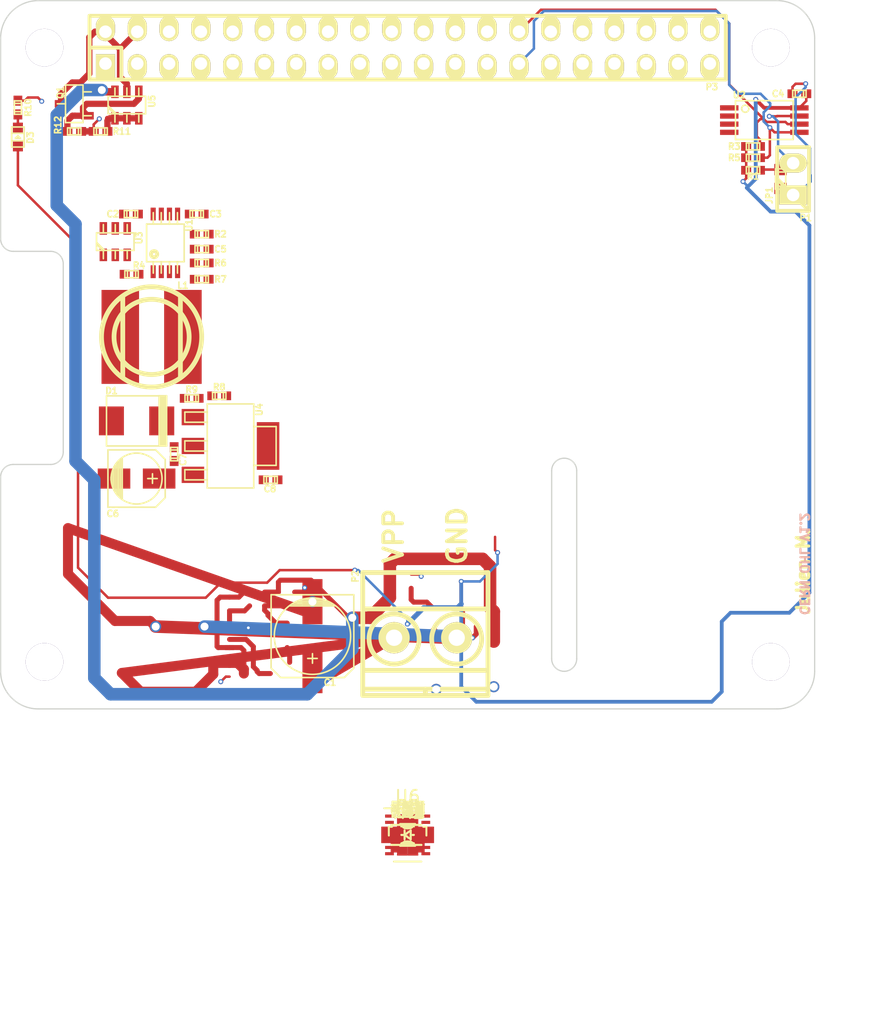
<source format=kicad_pcb>
(kicad_pcb (version 4) (host pcbnew 4.0.2+dfsg1-2~bpo8+1-stable)

  (general
    (links 120)
    (no_connects 81)
    (area 104.869999 71.019999 169.970001 127.620001)
    (thickness 1.6)
    (drawings 28)
    (tracks 280)
    (zones 0)
    (modules 60)
    (nets 66)
  )

  (page A4)
  (title_block
    (title "Raspberry Pi Hat Template")
    (date 2015-12-24)
    (rev 0.1)
    (company OpenFet)
    (comment 1 "Author: Julien")
    (comment 2 "License: CERN OHL V1.2")
  )

  (layers
    (0 F.Cu signal hide)
    (31 B.Cu signal hide)
    (32 B.Adhes user)
    (33 F.Adhes user hide)
    (34 B.Paste user)
    (35 F.Paste user)
    (36 B.SilkS user)
    (37 F.SilkS user)
    (38 B.Mask user)
    (39 F.Mask user)
    (40 Dwgs.User user)
    (41 Cmts.User user)
    (42 Eco1.User user)
    (43 Eco2.User user)
    (44 Edge.Cuts user)
    (45 Margin user)
    (46 B.CrtYd user)
    (47 F.CrtYd user)
    (48 B.Fab user)
    (49 F.Fab user)
  )

  (setup
    (last_trace_width 0.2)
    (user_trace_width 0.1)
    (user_trace_width 0.2)
    (user_trace_width 0.3)
    (user_trace_width 0.4)
    (user_trace_width 0.5)
    (user_trace_width 0.6)
    (user_trace_width 0.8)
    (user_trace_width 1)
    (trace_clearance 0.15)
    (zone_clearance 0.23)
    (zone_45_only no)
    (trace_min 0.1)
    (segment_width 0.2)
    (edge_width 0.1)
    (via_size 0.889)
    (via_drill 0.635)
    (via_min_size 0.26)
    (via_min_drill 0.16)
    (user_via 0.4 0.22)
    (user_via 1.5 0.8)
    (uvia_size 0.508)
    (uvia_drill 0.127)
    (uvias_allowed no)
    (uvia_min_size 0.508)
    (uvia_min_drill 0.127)
    (pcb_text_width 0.3)
    (pcb_text_size 1.5 1.5)
    (mod_edge_width 0.15)
    (mod_text_size 1 1)
    (mod_text_width 0.15)
    (pad_size 1.625 1.625)
    (pad_drill 0)
    (pad_to_mask_clearance 0)
    (aux_axis_origin 0 0)
    (grid_origin 211.1 101.7)
    (visible_elements 7FFFFF7F)
    (pcbplotparams
      (layerselection 0x010f0_80000001)
      (usegerberextensions false)
      (excludeedgelayer true)
      (linewidth 0.100000)
      (plotframeref false)
      (viasonmask false)
      (mode 1)
      (useauxorigin false)
      (hpglpennumber 1)
      (hpglpenspeed 20)
      (hpglpendiameter 15)
      (hpglpenoverlay 2)
      (psnegative false)
      (psa4output false)
      (plotreference true)
      (plotvalue true)
      (plotinvisibletext false)
      (padsonsilk false)
      (subtractmaskfromsilk false)
      (outputformat 1)
      (mirror false)
      (drillshape 0)
      (scaleselection 1)
      (outputdirectory /home/mangokid/Desktop/hat_gerber/))
  )

  (net 0 "")
  (net 1 GND)
  (net 2 "/Back Power Protection/5V_MCU")
  (net 3 +3V3)
  (net 4 +24V)
  (net 5 +5V)
  (net 6 "Net-(C3-Pad2)")
  (net 7 "Net-(C5-Pad2)")
  (net 8 "Net-(D1-Pad2)")
  (net 9 "Net-(D3-Pad2)")
  (net 10 "Net-(JP1-Pad1)")
  (net 11 "Net-(P3-Pad27)")
  (net 12 "Net-(P3-Pad28)")
  (net 13 "Net-(Q1-Pad1)")
  (net 14 "Net-(R4-Pad2)")
  (net 15 "Net-(R8-Pad1)")
  (net 16 "Net-(R11-Pad1)")
  (net 17 "Net-(U1-Pad3)")
  (net 18 "Net-(U1-Pad7)")
  (net 19 "Net-(P3-Pad1)")
  (net 20 "Net-(P3-Pad3)")
  (net 21 "Net-(P3-Pad5)")
  (net 22 "Net-(P3-Pad7)")
  (net 23 "Net-(P3-Pad8)")
  (net 24 "Net-(P3-Pad10)")
  (net 25 "Net-(P3-Pad11)")
  (net 26 "Net-(P3-Pad12)")
  (net 27 "Net-(P3-Pad13)")
  (net 28 "Net-(P3-Pad15)")
  (net 29 "Net-(P3-Pad16)")
  (net 30 "Net-(P3-Pad17)")
  (net 31 "Net-(P3-Pad18)")
  (net 32 "Net-(P3-Pad19)")
  (net 33 "Net-(P3-Pad21)")
  (net 34 "Net-(P3-Pad22)")
  (net 35 "Net-(P3-Pad23)")
  (net 36 "Net-(P3-Pad24)")
  (net 37 "Net-(P3-Pad26)")
  (net 38 "Net-(P3-Pad29)")
  (net 39 "Net-(P3-Pad31)")
  (net 40 "Net-(P3-Pad32)")
  (net 41 "Net-(P3-Pad33)")
  (net 42 "Net-(P3-Pad35)")
  (net 43 "Net-(P3-Pad36)")
  (net 44 "Net-(P3-Pad37)")
  (net 45 "Net-(P3-Pad40)")
  (net 46 "Net-(C9-Pad1)")
  (net 47 GNDA)
  (net 48 "Net-(C10-Pad1)")
  (net 49 "Net-(C11-Pad1)")
  (net 50 "Net-(D2-Pad1)")
  (net 51 "Net-(D4-Pad1)")
  (net 52 "Net-(D5-Pad1)")
  (net 53 "Net-(D6-Pad1)")
  (net 54 "Net-(Q2-Pad1)")
  (net 55 "Net-(Q2-Pad2)")
  (net 56 "Net-(Q2-Pad3)")
  (net 57 "/hat options/Ext_+")
  (net 58 "Net-(R13-Pad2)")
  (net 59 "Net-(R16-Pad1)")
  (net 60 "Net-(R16-Pad2)")
  (net 61 "Net-(R17-Pad1)")
  (net 62 "/hat options/Bat_-")
  (net 63 "/hat options/Bat_alert")
  (net 64 "/hat options/scl")
  (net 65 "/hat options/sda")

  (net_class Default "This is the default net class."
    (clearance 0.15)
    (trace_width 0.2)
    (via_dia 0.889)
    (via_drill 0.635)
    (uvia_dia 0.508)
    (uvia_drill 0.127)
    (add_net +24V)
    (add_net +3V3)
    (add_net +5V)
    (add_net "/Back Power Protection/5V_MCU")
    (add_net "/hat options/Bat_-")
    (add_net "/hat options/Bat_alert")
    (add_net "/hat options/Ext_+")
    (add_net "/hat options/scl")
    (add_net "/hat options/sda")
    (add_net GND)
    (add_net GNDA)
    (add_net "Net-(C10-Pad1)")
    (add_net "Net-(C11-Pad1)")
    (add_net "Net-(C3-Pad2)")
    (add_net "Net-(C5-Pad2)")
    (add_net "Net-(C9-Pad1)")
    (add_net "Net-(D1-Pad2)")
    (add_net "Net-(D2-Pad1)")
    (add_net "Net-(D3-Pad2)")
    (add_net "Net-(D4-Pad1)")
    (add_net "Net-(D5-Pad1)")
    (add_net "Net-(D6-Pad1)")
    (add_net "Net-(JP1-Pad1)")
    (add_net "Net-(P3-Pad1)")
    (add_net "Net-(P3-Pad10)")
    (add_net "Net-(P3-Pad11)")
    (add_net "Net-(P3-Pad12)")
    (add_net "Net-(P3-Pad13)")
    (add_net "Net-(P3-Pad15)")
    (add_net "Net-(P3-Pad16)")
    (add_net "Net-(P3-Pad17)")
    (add_net "Net-(P3-Pad18)")
    (add_net "Net-(P3-Pad19)")
    (add_net "Net-(P3-Pad21)")
    (add_net "Net-(P3-Pad22)")
    (add_net "Net-(P3-Pad23)")
    (add_net "Net-(P3-Pad24)")
    (add_net "Net-(P3-Pad26)")
    (add_net "Net-(P3-Pad27)")
    (add_net "Net-(P3-Pad28)")
    (add_net "Net-(P3-Pad29)")
    (add_net "Net-(P3-Pad3)")
    (add_net "Net-(P3-Pad31)")
    (add_net "Net-(P3-Pad32)")
    (add_net "Net-(P3-Pad33)")
    (add_net "Net-(P3-Pad35)")
    (add_net "Net-(P3-Pad36)")
    (add_net "Net-(P3-Pad37)")
    (add_net "Net-(P3-Pad40)")
    (add_net "Net-(P3-Pad5)")
    (add_net "Net-(P3-Pad7)")
    (add_net "Net-(P3-Pad8)")
    (add_net "Net-(Q1-Pad1)")
    (add_net "Net-(Q2-Pad1)")
    (add_net "Net-(Q2-Pad2)")
    (add_net "Net-(Q2-Pad3)")
    (add_net "Net-(R11-Pad1)")
    (add_net "Net-(R13-Pad2)")
    (add_net "Net-(R16-Pad1)")
    (add_net "Net-(R16-Pad2)")
    (add_net "Net-(R17-Pad1)")
    (add_net "Net-(R4-Pad2)")
    (add_net "Net-(R8-Pad1)")
    (add_net "Net-(U1-Pad3)")
    (add_net "Net-(U1-Pad7)")
  )

  (module w_pin_strip:pin_socket_20x2 (layer F.Cu) (tedit 567B9DD9) (tstamp 5509D7DA)
    (at 137.42 74.82)
    (descr "Pin socket 20x2pin")
    (tags "CONN DEV")
    (path /54E92361)
    (fp_text reference P3 (at 24.29 3.13) (layer F.SilkS)
      (effects (font (size 0.5 0.5) (thickness 0.125)))
    )
    (fp_text value Raspberry_Pi_+_Conn (at 0 -5.08) (layer F.SilkS) hide
      (effects (font (size 0.5 0.5) (thickness 0.125)))
    )
    (fp_line (start 25.4 2.54) (end -25.4 2.54) (layer F.SilkS) (width 0.3048))
    (fp_line (start -25.4 -2.54) (end 25.4 -2.54) (layer F.SilkS) (width 0.3048))
    (fp_line (start -25.4 0) (end -22.86 0) (layer F.SilkS) (width 0.3048))
    (fp_line (start -22.86 0) (end -22.86 2.54) (layer F.SilkS) (width 0.3048))
    (fp_line (start -25.4 -2.54) (end -25.4 2.54) (layer F.SilkS) (width 0.3048))
    (fp_line (start 25.4 2.54) (end 25.4 -2.54) (layer F.SilkS) (width 0.3048))
    (pad 1 thru_hole rect (at -24.13 1.27) (size 1.524 1.99898) (drill 1.00076 (offset 0 0.24892)) (layers *.Cu *.Mask F.SilkS)
      (net 19 "Net-(P3-Pad1)"))
    (pad 2 thru_hole oval (at -24.13 -1.27) (size 1.524 1.99898) (drill 1.00076 (offset 0 -0.24892)) (layers *.Cu *.Mask F.SilkS)
      (net 2 "/Back Power Protection/5V_MCU"))
    (pad 3 thru_hole oval (at -21.59 1.27) (size 1.524 1.99898) (drill 1.00076 (offset 0 0.24892)) (layers *.Cu *.Mask F.SilkS)
      (net 20 "Net-(P3-Pad3)"))
    (pad 4 thru_hole oval (at -21.59 -1.27) (size 1.524 1.99898) (drill 1.00076 (offset 0 -0.24892)) (layers *.Cu *.Mask F.SilkS)
      (net 2 "/Back Power Protection/5V_MCU"))
    (pad 5 thru_hole oval (at -19.05 1.27) (size 1.524 1.99898) (drill 1.00076 (offset 0 0.24892)) (layers *.Cu *.Mask F.SilkS)
      (net 21 "Net-(P3-Pad5)"))
    (pad 6 thru_hole oval (at -19.05 -1.27) (size 1.524 1.99898) (drill 1.00076 (offset 0 -0.24892)) (layers *.Cu *.Mask F.SilkS)
      (net 1 GND))
    (pad 7 thru_hole oval (at -16.51 1.27) (size 1.524 1.99898) (drill 1.00076 (offset 0 0.24892)) (layers *.Cu *.Mask F.SilkS)
      (net 22 "Net-(P3-Pad7)"))
    (pad 8 thru_hole oval (at -16.51 -1.27) (size 1.524 1.99898) (drill 1.00076 (offset 0 -0.24892)) (layers *.Cu *.Mask F.SilkS)
      (net 23 "Net-(P3-Pad8)"))
    (pad 9 thru_hole oval (at -13.97 1.27) (size 1.524 1.99898) (drill 1.00076 (offset 0 0.24892)) (layers *.Cu *.Mask F.SilkS)
      (net 1 GND))
    (pad 10 thru_hole oval (at -13.97 -1.27) (size 1.524 1.99898) (drill 1.00076 (offset 0 -0.24892)) (layers *.Cu *.Mask F.SilkS)
      (net 24 "Net-(P3-Pad10)"))
    (pad 11 thru_hole oval (at -11.43 1.27) (size 1.524 1.99898) (drill 1.00076 (offset 0 0.24892)) (layers *.Cu *.Mask F.SilkS)
      (net 25 "Net-(P3-Pad11)"))
    (pad 12 thru_hole oval (at -11.43 -1.27) (size 1.524 1.99898) (drill 1.00076 (offset 0 -0.24892)) (layers *.Cu *.Mask F.SilkS)
      (net 26 "Net-(P3-Pad12)"))
    (pad 13 thru_hole oval (at -8.89 1.27) (size 1.524 1.99898) (drill 1.00076 (offset 0 0.24892)) (layers *.Cu *.Mask F.SilkS)
      (net 27 "Net-(P3-Pad13)"))
    (pad 14 thru_hole oval (at -8.89 -1.27) (size 1.524 1.99898) (drill 1.00076 (offset 0 -0.24892)) (layers *.Cu *.Mask F.SilkS)
      (net 1 GND))
    (pad 15 thru_hole oval (at -6.35 1.27) (size 1.524 1.99898) (drill 1.00076 (offset 0 0.24892)) (layers *.Cu *.Mask F.SilkS)
      (net 28 "Net-(P3-Pad15)"))
    (pad 16 thru_hole oval (at -6.35 -1.27) (size 1.524 1.99898) (drill 1.00076 (offset 0 -0.24892)) (layers *.Cu *.Mask F.SilkS)
      (net 29 "Net-(P3-Pad16)"))
    (pad 17 thru_hole oval (at -3.81 1.27) (size 1.524 1.99898) (drill 1.00076 (offset 0 0.24892)) (layers *.Cu *.Mask F.SilkS)
      (net 30 "Net-(P3-Pad17)"))
    (pad 18 thru_hole oval (at -3.81 -1.27) (size 1.524 1.99898) (drill 1.00076 (offset 0 -0.24892)) (layers *.Cu *.Mask F.SilkS)
      (net 31 "Net-(P3-Pad18)"))
    (pad 19 thru_hole oval (at -1.27 1.27) (size 1.524 1.99898) (drill 1.00076 (offset 0 0.24892)) (layers *.Cu *.Mask F.SilkS)
      (net 32 "Net-(P3-Pad19)"))
    (pad 20 thru_hole oval (at -1.27 -1.27) (size 1.524 1.99898) (drill 1.00076 (offset 0 -0.24892)) (layers *.Cu *.Mask F.SilkS)
      (net 1 GND))
    (pad 21 thru_hole oval (at 1.27 1.27) (size 1.524 1.99898) (drill 1.00076 (offset 0 0.24892)) (layers *.Cu *.Mask F.SilkS)
      (net 33 "Net-(P3-Pad21)"))
    (pad 22 thru_hole oval (at 1.27 -1.27) (size 1.524 1.99898) (drill 1.00076 (offset 0 -0.24892)) (layers *.Cu *.Mask F.SilkS)
      (net 34 "Net-(P3-Pad22)"))
    (pad 23 thru_hole oval (at 3.81 1.27) (size 1.524 1.99898) (drill 1.00076 (offset 0 0.24892)) (layers *.Cu *.Mask F.SilkS)
      (net 35 "Net-(P3-Pad23)"))
    (pad 24 thru_hole oval (at 3.81 -1.27) (size 1.524 1.99898) (drill 1.00076 (offset 0 -0.24892)) (layers *.Cu *.Mask F.SilkS)
      (net 36 "Net-(P3-Pad24)"))
    (pad 25 thru_hole oval (at 6.35 1.27) (size 1.524 1.99898) (drill 1.00076 (offset 0 0.24892)) (layers *.Cu *.Mask F.SilkS)
      (net 1 GND))
    (pad 26 thru_hole oval (at 6.35 -1.27) (size 1.524 1.99898) (drill 1.00076 (offset 0 -0.24892)) (layers *.Cu *.Mask F.SilkS)
      (net 37 "Net-(P3-Pad26)"))
    (pad 27 thru_hole oval (at 8.89 1.27) (size 1.524 1.99898) (drill 1.00076 (offset 0 0.24892)) (layers *.Cu *.Mask F.SilkS)
      (net 11 "Net-(P3-Pad27)"))
    (pad 28 thru_hole oval (at 8.89 -1.27) (size 1.524 1.99898) (drill 1.00076 (offset 0 -0.24892)) (layers *.Cu *.Mask F.SilkS)
      (net 12 "Net-(P3-Pad28)"))
    (pad 29 thru_hole oval (at 11.43 1.27) (size 1.524 1.99898) (drill 1.00076 (offset 0 0.24892)) (layers *.Cu *.Mask F.SilkS)
      (net 38 "Net-(P3-Pad29)"))
    (pad 30 thru_hole oval (at 11.43 -1.27) (size 1.524 1.99898) (drill 1.00076 (offset 0 -0.24892)) (layers *.Cu *.Mask F.SilkS)
      (net 1 GND))
    (pad 31 thru_hole oval (at 13.97 1.27) (size 1.524 1.99898) (drill 1.00076 (offset 0 0.24892)) (layers *.Cu *.Mask F.SilkS)
      (net 39 "Net-(P3-Pad31)"))
    (pad 32 thru_hole oval (at 13.97 -1.27) (size 1.524 1.99898) (drill 1.00076 (offset 0 -0.24892)) (layers *.Cu *.Mask F.SilkS)
      (net 40 "Net-(P3-Pad32)"))
    (pad 33 thru_hole oval (at 16.51 1.27) (size 1.524 1.99898) (drill 1.00076 (offset 0 0.24892)) (layers *.Cu *.Mask F.SilkS)
      (net 41 "Net-(P3-Pad33)"))
    (pad 34 thru_hole oval (at 16.51 -1.27) (size 1.524 1.99898) (drill 1.00076 (offset 0 -0.24892)) (layers *.Cu *.Mask F.SilkS)
      (net 1 GND))
    (pad 35 thru_hole oval (at 19.05 1.27) (size 1.524 1.99898) (drill 1.00076 (offset 0 0.24892)) (layers *.Cu *.Mask F.SilkS)
      (net 42 "Net-(P3-Pad35)"))
    (pad 36 thru_hole oval (at 19.05 -1.27) (size 1.524 1.99898) (drill 1.00076 (offset 0 -0.24892)) (layers *.Cu *.Mask F.SilkS)
      (net 43 "Net-(P3-Pad36)"))
    (pad 37 thru_hole oval (at 21.59 1.27) (size 1.524 1.99898) (drill 1.00076 (offset 0 0.24892)) (layers *.Cu *.Mask F.SilkS)
      (net 44 "Net-(P3-Pad37)"))
    (pad 38 thru_hole oval (at 21.59 -1.27) (size 1.524 1.99898) (drill 1.00076 (offset 0 -0.24892)) (layers *.Cu *.Mask F.SilkS))
    (pad 39 thru_hole oval (at 24.13 1.27) (size 1.524 1.99898) (drill 1.00076 (offset 0 0.24892)) (layers *.Cu *.Mask F.SilkS)
      (net 1 GND))
    (pad 40 thru_hole oval (at 24.13 -1.27) (size 1.524 1.99898) (drill 1.00076 (offset 0 -0.24892)) (layers *.Cu *.Mask F.SilkS)
      (net 45 "Net-(P3-Pad40)"))
    (model walter/pin_strip/pin_socket_20x2.wrl
      (at (xyz 0 0 0))
      (scale (xyz 1 1 1))
      (rotate (xyz 0 0 0))
    )
  )

  (module Mounting_Holes:MountingHole_3mm locked (layer F.Cu) (tedit 5509CE9A) (tstamp 5509D3BE)
    (at 166.42 74.82)
    (descr "Mounting hole, Befestigungsbohrung, 3mm, No Annular, Kein Restring,")
    (tags "Mounting hole, Befestigungsbohrung, 3mm, No Annular, Kein Restring,")
    (fp_text reference REF** (at 0 -4.0005) (layer F.SilkS) hide
      (effects (font (size 0.5 0.5) (thickness 0.125)))
    )
    (fp_text value MountingHole_3mm (at 1.00076 5.00126) (layer F.Fab) hide
      (effects (font (size 0.5 0.5) (thickness 0.125)))
    )
    (fp_circle (center 0 0) (end 2.99974 0) (layer Cmts.User) (width 0.381))
    (pad 1 thru_hole circle (at 0 0) (size 2.99974 2.99974) (drill 2.99974) (layers))
  )

  (module Mounting_Holes:MountingHole_3mm locked (layer F.Cu) (tedit 5509CEA9) (tstamp 5509D3C4)
    (at 166.42 123.82)
    (descr "Mounting hole, Befestigungsbohrung, 3mm, No Annular, Kein Restring,")
    (tags "Mounting hole, Befestigungsbohrung, 3mm, No Annular, Kein Restring,")
    (fp_text reference REF** (at 0 -4.0005) (layer F.SilkS) hide
      (effects (font (size 0.5 0.5) (thickness 0.125)))
    )
    (fp_text value MountingHole_3mm (at 1.00076 5.00126) (layer F.Fab) hide
      (effects (font (size 0.5 0.5) (thickness 0.125)))
    )
    (fp_circle (center 0 0) (end 2.99974 0) (layer Cmts.User) (width 0.381))
    (pad 1 thru_hole circle (at 0 0) (size 2.99974 2.99974) (drill 2.99974) (layers))
  )

  (module Mounting_Holes:MountingHole_3mm locked (layer F.Cu) (tedit 5509CEA3) (tstamp 5509D3C2)
    (at 108.42 123.82)
    (descr "Mounting hole, Befestigungsbohrung, 3mm, No Annular, Kein Restring,")
    (tags "Mounting hole, Befestigungsbohrung, 3mm, No Annular, Kein Restring,")
    (fp_text reference REF** (at 0 -4.0005) (layer F.SilkS) hide
      (effects (font (size 0.5 0.5) (thickness 0.125)))
    )
    (fp_text value MountingHole_3mm (at 1.00076 5.00126) (layer F.Fab) hide
      (effects (font (size 0.5 0.5) (thickness 0.125)))
    )
    (fp_circle (center 0 0) (end 2.99974 0) (layer Cmts.User) (width 0.381))
    (pad 1 thru_hole circle (at 0 0) (size 2.99974 2.99974) (drill 2.99974) (layers))
  )

  (module Mounting_Holes:MountingHole_3mm locked (layer F.Cu) (tedit 5509CE9D) (tstamp 5509D3C0)
    (at 108.42 74.82)
    (descr "Mounting hole, Befestigungsbohrung, 3mm, No Annular, Kein Restring,")
    (tags "Mounting hole, Befestigungsbohrung, 3mm, No Annular, Kein Restring,")
    (fp_text reference REF** (at 0 -4.0005) (layer F.SilkS) hide
      (effects (font (size 0.5 0.5) (thickness 0.125)))
    )
    (fp_text value MountingHole_3mm (at 1.00076 5.00126) (layer F.Fab) hide
      (effects (font (size 0.5 0.5) (thickness 0.125)))
    )
    (fp_circle (center 0 0) (end 2.99974 0) (layer Cmts.User) (width 0.381))
    (pad 1 thru_hole circle (at 0 0) (size 2.99974 2.99974) (drill 2.99974) (layers))
  )

  (module w_smd_cap:c_elec_6.3x7.7 (layer F.Cu) (tedit 0) (tstamp 567BAADB)
    (at 129.82 121.766 270)
    (descr "SMT capacitor, aluminium electrolytic, 6.3x7.7")
    (path /54E990D4)
    (fp_text reference C1 (at 3.7 -1.4 360) (layer F.SilkS)
      (effects (font (size 0.5 0.5) (thickness 0.125)))
    )
    (fp_text value 50uf/50v (at 0 3.81 270) (layer F.SilkS) hide
      (effects (font (size 0.5 0.5) (thickness 0.125)))
    )
    (fp_line (start -2.921 -0.762) (end -2.921 0.762) (layer F.SilkS) (width 0.127))
    (fp_line (start -2.794 1.143) (end -2.794 -1.143) (layer F.SilkS) (width 0.127))
    (fp_line (start -2.667 -1.397) (end -2.667 1.397) (layer F.SilkS) (width 0.127))
    (fp_line (start -2.54 1.651) (end -2.54 -1.651) (layer F.SilkS) (width 0.127))
    (fp_line (start -2.413 -1.778) (end -2.413 1.778) (layer F.SilkS) (width 0.127))
    (fp_circle (center 0 0) (end -3.048 0) (layer F.SilkS) (width 0.127))
    (fp_line (start -3.302 -3.302) (end -3.302 3.302) (layer F.SilkS) (width 0.127))
    (fp_line (start -3.302 3.302) (end 2.54 3.302) (layer F.SilkS) (width 0.127))
    (fp_line (start 2.54 3.302) (end 3.302 2.54) (layer F.SilkS) (width 0.127))
    (fp_line (start 3.302 2.54) (end 3.302 -2.54) (layer F.SilkS) (width 0.127))
    (fp_line (start 3.302 -2.54) (end 2.54 -3.302) (layer F.SilkS) (width 0.127))
    (fp_line (start 2.54 -3.302) (end -3.302 -3.302) (layer F.SilkS) (width 0.127))
    (fp_line (start 2.159 0) (end 1.397 0) (layer F.SilkS) (width 0.127))
    (fp_line (start 1.778 -0.381) (end 1.778 0.381) (layer F.SilkS) (width 0.127))
    (pad 1 smd rect (at 2.75082 0 270) (size 3.59918 1.6002) (layers F.Cu F.Paste F.Mask)
      (net 4 +24V))
    (pad 2 smd rect (at -2.75082 0 270) (size 3.59918 1.6002) (layers F.Cu F.Paste F.Mask)
      (net 1 GND))
    (model walter/smd_cap/c_elec_6_3x7_7.wrl
      (at (xyz 0 0 0))
      (scale (xyz 1 1 1))
      (rotate (xyz 0 0 0))
    )
  )

  (module w_smd_cap:c_0402 (layer F.Cu) (tedit 0) (tstamp 567BAAE7)
    (at 115.32636 88.095)
    (descr "SMT capacitor, 0402")
    (path /54E98A38)
    (fp_text reference C2 (at -1.45136 0) (layer F.SilkS)
      (effects (font (size 0.5 0.5) (thickness 0.125)))
    )
    (fp_text value 0.1uf (at 0 0.4826) (layer F.SilkS) hide
      (effects (font (size 0.5 0.5) (thickness 0.125)))
    )
    (fp_line (start 0.3302 -0.2794) (end 0.3302 0.2794) (layer F.SilkS) (width 0.127))
    (fp_line (start -0.3302 -0.2794) (end -0.3302 0.2794) (layer F.SilkS) (width 0.127))
    (fp_line (start -0.5334 -0.2794) (end -0.5334 0.2794) (layer F.SilkS) (width 0.127))
    (fp_line (start -0.5334 0.2794) (end 0.5334 0.2794) (layer F.SilkS) (width 0.127))
    (fp_line (start 0.5334 0.2794) (end 0.5334 -0.2794) (layer F.SilkS) (width 0.127))
    (fp_line (start 0.5334 -0.2794) (end -0.5334 -0.2794) (layer F.SilkS) (width 0.127))
    (pad 1 smd rect (at 0.54864 0) (size 0.8001 0.6985) (layers F.Cu F.Paste F.Mask)
      (net 4 +24V))
    (pad 2 smd rect (at -0.54864 0) (size 0.8001 0.6985) (layers F.Cu F.Paste F.Mask)
      (net 1 GND))
    (model walter/smd_cap/c_0402.wrl
      (at (xyz 0 0 0))
      (scale (xyz 1 1 1))
      (rotate (xyz 0 0 0))
    )
  )

  (module w_smd_cap:c_0402 (layer F.Cu) (tedit 0) (tstamp 567BAAF3)
    (at 120.575 88.095)
    (descr "SMT capacitor, 0402")
    (path /54E992BB)
    (fp_text reference C3 (at 1.5 0) (layer F.SilkS)
      (effects (font (size 0.5 0.5) (thickness 0.125)))
    )
    (fp_text value 1nf (at 0 0.4826) (layer F.SilkS) hide
      (effects (font (size 0.5 0.5) (thickness 0.125)))
    )
    (fp_line (start 0.3302 -0.2794) (end 0.3302 0.2794) (layer F.SilkS) (width 0.127))
    (fp_line (start -0.3302 -0.2794) (end -0.3302 0.2794) (layer F.SilkS) (width 0.127))
    (fp_line (start -0.5334 -0.2794) (end -0.5334 0.2794) (layer F.SilkS) (width 0.127))
    (fp_line (start -0.5334 0.2794) (end 0.5334 0.2794) (layer F.SilkS) (width 0.127))
    (fp_line (start 0.5334 0.2794) (end 0.5334 -0.2794) (layer F.SilkS) (width 0.127))
    (fp_line (start 0.5334 -0.2794) (end -0.5334 -0.2794) (layer F.SilkS) (width 0.127))
    (pad 1 smd rect (at 0.54864 0) (size 0.8001 0.6985) (layers F.Cu F.Paste F.Mask)
      (net 4 +24V))
    (pad 2 smd rect (at -0.54864 0) (size 0.8001 0.6985) (layers F.Cu F.Paste F.Mask)
      (net 6 "Net-(C3-Pad2)"))
    (model walter/smd_cap/c_0402.wrl
      (at (xyz 0 0 0))
      (scale (xyz 1 1 1))
      (rotate (xyz 0 0 0))
    )
  )

  (module w_smd_cap:c_0402 (layer F.Cu) (tedit 0) (tstamp 567BAAFF)
    (at 168.7 78.5)
    (descr "SMT capacitor, 0402")
    (path /551D5AC8)
    (fp_text reference C4 (at -1.7 0) (layer F.SilkS)
      (effects (font (size 0.5 0.5) (thickness 0.125)))
    )
    (fp_text value 0.1uf (at 0 0.4826) (layer F.SilkS) hide
      (effects (font (size 0.5 0.5) (thickness 0.125)))
    )
    (fp_line (start 0.3302 -0.2794) (end 0.3302 0.2794) (layer F.SilkS) (width 0.127))
    (fp_line (start -0.3302 -0.2794) (end -0.3302 0.2794) (layer F.SilkS) (width 0.127))
    (fp_line (start -0.5334 -0.2794) (end -0.5334 0.2794) (layer F.SilkS) (width 0.127))
    (fp_line (start -0.5334 0.2794) (end 0.5334 0.2794) (layer F.SilkS) (width 0.127))
    (fp_line (start 0.5334 0.2794) (end 0.5334 -0.2794) (layer F.SilkS) (width 0.127))
    (fp_line (start 0.5334 -0.2794) (end -0.5334 -0.2794) (layer F.SilkS) (width 0.127))
    (pad 1 smd rect (at 0.54864 0) (size 0.8001 0.6985) (layers F.Cu F.Paste F.Mask)
      (net 3 +3V3))
    (pad 2 smd rect (at -0.54864 0) (size 0.8001 0.6985) (layers F.Cu F.Paste F.Mask)
      (net 1 GND))
    (model walter/smd_cap/c_0402.wrl
      (at (xyz 0 0 0))
      (scale (xyz 1 1 1))
      (rotate (xyz 0 0 0))
    )
  )

  (module w_smd_cap:c_0402 (layer F.Cu) (tedit 0) (tstamp 567BAB0B)
    (at 120.975 90.895)
    (descr "SMT capacitor, 0402")
    (path /54EE7CB1)
    (fp_text reference C5 (at 1.5 0) (layer F.SilkS)
      (effects (font (size 0.5 0.5) (thickness 0.125)))
    )
    (fp_text value 0.1uf (at 0 0.4826) (layer F.SilkS) hide
      (effects (font (size 0.5 0.5) (thickness 0.125)))
    )
    (fp_line (start 0.3302 -0.2794) (end 0.3302 0.2794) (layer F.SilkS) (width 0.127))
    (fp_line (start -0.3302 -0.2794) (end -0.3302 0.2794) (layer F.SilkS) (width 0.127))
    (fp_line (start -0.5334 -0.2794) (end -0.5334 0.2794) (layer F.SilkS) (width 0.127))
    (fp_line (start -0.5334 0.2794) (end 0.5334 0.2794) (layer F.SilkS) (width 0.127))
    (fp_line (start 0.5334 0.2794) (end 0.5334 -0.2794) (layer F.SilkS) (width 0.127))
    (fp_line (start 0.5334 -0.2794) (end -0.5334 -0.2794) (layer F.SilkS) (width 0.127))
    (pad 1 smd rect (at 0.54864 0) (size 0.8001 0.6985) (layers F.Cu F.Paste F.Mask)
      (net 5 +5V))
    (pad 2 smd rect (at -0.54864 0) (size 0.8001 0.6985) (layers F.Cu F.Paste F.Mask)
      (net 7 "Net-(C5-Pad2)"))
    (model walter/smd_cap/c_0402.wrl
      (at (xyz 0 0 0))
      (scale (xyz 1 1 1))
      (rotate (xyz 0 0 0))
    )
  )

  (module w_smd_cap:c_elec_4x5.3 (layer F.Cu) (tedit 0) (tstamp 567BAB22)
    (at 115.775 109.195)
    (descr "SMT capacitor, aluminium electrolytic, 4x5.3")
    (path /54F356B7)
    (fp_text reference C6 (at -1.9 2.8) (layer F.SilkS)
      (effects (font (size 0.5 0.5) (thickness 0.125)))
    )
    (fp_text value 10uf/6.3V (at 0 2.794) (layer F.SilkS) hide
      (effects (font (size 0.5 0.5) (thickness 0.125)))
    )
    (fp_line (start 1.651 0) (end 0.889 0) (layer F.SilkS) (width 0.127))
    (fp_line (start 1.27 -0.381) (end 1.27 0.381) (layer F.SilkS) (width 0.127))
    (fp_line (start 1.524 2.286) (end -2.286 2.286) (layer F.SilkS) (width 0.127))
    (fp_line (start 2.286 -1.524) (end 2.286 1.524) (layer F.SilkS) (width 0.127))
    (fp_line (start 1.524 2.286) (end 2.286 1.524) (layer F.SilkS) (width 0.127))
    (fp_line (start 1.524 -2.286) (end -2.286 -2.286) (layer F.SilkS) (width 0.127))
    (fp_line (start 1.524 -2.286) (end 2.286 -1.524) (layer F.SilkS) (width 0.127))
    (fp_line (start -2.032 0.127) (end -2.032 -0.127) (layer F.SilkS) (width 0.127))
    (fp_line (start -1.905 -0.635) (end -1.905 0.635) (layer F.SilkS) (width 0.127))
    (fp_line (start -1.778 0.889) (end -1.778 -0.889) (layer F.SilkS) (width 0.127))
    (fp_line (start -1.651 1.143) (end -1.651 -1.143) (layer F.SilkS) (width 0.127))
    (fp_line (start -1.524 -1.27) (end -1.524 1.27) (layer F.SilkS) (width 0.127))
    (fp_line (start -1.397 1.397) (end -1.397 -1.397) (layer F.SilkS) (width 0.127))
    (fp_line (start -1.27 -1.524) (end -1.27 1.524) (layer F.SilkS) (width 0.127))
    (fp_line (start -1.143 -1.651) (end -1.143 1.651) (layer F.SilkS) (width 0.127))
    (fp_circle (center 0 0) (end -2.032 0) (layer F.SilkS) (width 0.127))
    (fp_line (start -2.286 -2.286) (end -2.286 2.286) (layer F.SilkS) (width 0.127))
    (pad 1 smd rect (at 1.80086 0) (size 2.60096 1.6002) (layers F.Cu F.Paste F.Mask)
      (net 5 +5V))
    (pad 2 smd rect (at -1.80086 0) (size 2.60096 1.6002) (layers F.Cu F.Paste F.Mask)
      (net 1 GND))
    (model walter/smd_cap/c_elec_4x5_3.wrl
      (at (xyz 0 0 0))
      (scale (xyz 1 1 1))
      (rotate (xyz 0 0 0))
    )
  )

  (module w_smd_cap:c_0402 (layer F.Cu) (tedit 0) (tstamp 567BAB2E)
    (at 118.775 107.24364 90)
    (descr "SMT capacitor, 0402")
    (path /54EE8291)
    (fp_text reference C7 (at -0.45136 0.7 90) (layer F.SilkS)
      (effects (font (size 0.5 0.5) (thickness 0.125)))
    )
    (fp_text value 0.1uf (at 0 0.4826 90) (layer F.SilkS) hide
      (effects (font (size 0.5 0.5) (thickness 0.125)))
    )
    (fp_line (start 0.3302 -0.2794) (end 0.3302 0.2794) (layer F.SilkS) (width 0.127))
    (fp_line (start -0.3302 -0.2794) (end -0.3302 0.2794) (layer F.SilkS) (width 0.127))
    (fp_line (start -0.5334 -0.2794) (end -0.5334 0.2794) (layer F.SilkS) (width 0.127))
    (fp_line (start -0.5334 0.2794) (end 0.5334 0.2794) (layer F.SilkS) (width 0.127))
    (fp_line (start 0.5334 0.2794) (end 0.5334 -0.2794) (layer F.SilkS) (width 0.127))
    (fp_line (start 0.5334 -0.2794) (end -0.5334 -0.2794) (layer F.SilkS) (width 0.127))
    (pad 1 smd rect (at 0.54864 0 90) (size 0.8001 0.6985) (layers F.Cu F.Paste F.Mask)
      (net 3 +3V3))
    (pad 2 smd rect (at -0.54864 0 90) (size 0.8001 0.6985) (layers F.Cu F.Paste F.Mask)
      (net 1 GND))
    (model walter/smd_cap/c_0402.wrl
      (at (xyz 0 0 0))
      (scale (xyz 1 1 1))
      (rotate (xyz 0 0 0))
    )
  )

  (module w_smd_diode:do214aa (layer F.Cu) (tedit 0) (tstamp 567BAB55)
    (at 115.775 104.595)
    (descr DO214AA)
    (path /54E9A29D)
    (fp_text reference D1 (at -2 -2.4) (layer F.SilkS)
      (effects (font (size 0.5 0.5) (thickness 0.125)))
    )
    (fp_text value DIODESCH (at 0 2.49936) (layer F.SilkS) hide
      (effects (font (size 0.5 0.5) (thickness 0.125)))
    )
    (fp_line (start 2.30124 -1.99898) (end 2.30124 1.99898) (layer F.SilkS) (width 0.127))
    (fp_line (start 2.19964 1.99898) (end 2.19964 -1.99898) (layer F.SilkS) (width 0.127))
    (fp_line (start 2.10058 -1.99898) (end 2.10058 1.99898) (layer F.SilkS) (width 0.127))
    (fp_line (start 1.99898 1.99898) (end 1.99898 -1.99898) (layer F.SilkS) (width 0.127))
    (fp_line (start 1.89992 -1.99898) (end 1.89992 1.99898) (layer F.SilkS) (width 0.127))
    (fp_line (start 1.80086 -1.99898) (end 1.80086 1.99898) (layer F.SilkS) (width 0.127))
    (fp_line (start 2.4003 -1.99898) (end 2.4003 1.99898) (layer F.SilkS) (width 0.127))
    (fp_line (start 2.4003 1.99898) (end -2.4003 1.99898) (layer F.SilkS) (width 0.127))
    (fp_line (start -2.4003 1.99898) (end -2.4003 -1.99898) (layer F.SilkS) (width 0.127))
    (fp_line (start -2.4003 -1.99898) (end 2.4003 -1.99898) (layer F.SilkS) (width 0.127))
    (pad 2 smd rect (at 2.00914 0) (size 1.99898 2.30124) (layers F.Cu F.Paste F.Mask)
      (net 8 "Net-(D1-Pad2)"))
    (pad 1 smd rect (at -2.00914 0) (size 1.99898 2.30124) (layers F.Cu F.Paste F.Mask)
      (net 1 GND))
    (model walter/smd_diode/do214aa.wrl
      (at (xyz 0 0 0))
      (scale (xyz 1 1 1))
      (rotate (xyz 0 0 0))
    )
  )

  (module w_smd_leds:Led_0603 (layer F.Cu) (tedit 567BA339) (tstamp 567BAB72)
    (at 106.3 81.9493 90)
    (descr "SMD LED, 0603")
    (path /54F3E98A)
    (fp_text reference D3 (at -0.0507 1 90) (layer F.SilkS)
      (effects (font (size 0.5 0.5) (thickness 0.125)))
    )
    (fp_text value LED (at 0 1.19888 90) (layer F.SilkS) hide
      (effects (font (size 0.5 0.5) (thickness 0.125)))
    )
    (fp_line (start 0.29972 0.50038) (end 0.29972 -0.50038) (layer F.SilkS) (width 0.127))
    (fp_line (start -0.29972 -0.50038) (end -0.29972 0.50038) (layer F.SilkS) (width 0.127))
    (fp_line (start 0 0.09906) (end 0 -0.09906) (layer F.SilkS) (width 0.127))
    (fp_line (start -0.09906 -0.20066) (end -0.09906 0.20066) (layer F.SilkS) (width 0.127))
    (fp_line (start -0.09906 0.20066) (end 0.09906 0) (layer F.SilkS) (width 0.127))
    (fp_line (start 0.09906 0) (end -0.09906 -0.20066) (layer F.SilkS) (width 0.127))
    (fp_line (start -0.8001 -0.50038) (end 0.8001 -0.50038) (layer F.SilkS) (width 0.127))
    (fp_line (start 0.8001 -0.50038) (end 0.8001 0.50038) (layer F.SilkS) (width 0.127))
    (fp_line (start 0.8001 0.50038) (end -0.8001 0.50038) (layer F.SilkS) (width 0.127))
    (fp_line (start -0.8001 0.50038) (end -0.8001 -0.50038) (layer F.SilkS) (width 0.127))
    (pad 1 smd rect (at -0.7493 0 90) (size 0.79756 0.79756) (layers F.Cu F.Paste F.Mask)
      (net 3 +3V3))
    (pad 2 smd rect (at 0.7493 0 90) (size 0.79756 0.79756) (layers F.Cu F.Paste F.Mask)
      (net 9 "Net-(D3-Pad2)"))
    (model walter/smd_leds/led_0603.wrl
      (at (xyz 0 0 0))
      (scale (xyz 1 1 1))
      (rotate (xyz 0 0 0))
    )
  )

  (module w_smd_resistors:r_0603 (layer F.Cu) (tedit 0) (tstamp 567BAB7E)
    (at 167.2 85.3 90)
    (descr "SMT resistor, 0603")
    (path /54E9499A)
    (fp_text reference JP1 (at -1.3 -0.9 90) (layer F.SilkS)
      (effects (font (size 0.5 0.5) (thickness 0.125)))
    )
    (fp_text value JUMPER (at 0 0.6096 90) (layer F.SilkS) hide
      (effects (font (size 0.5 0.5) (thickness 0.125)))
    )
    (fp_line (start 0.5588 0.4064) (end 0.5588 -0.4064) (layer F.SilkS) (width 0.127))
    (fp_line (start -0.5588 -0.381) (end -0.5588 0.4064) (layer F.SilkS) (width 0.127))
    (fp_line (start -0.8128 -0.4064) (end 0.8128 -0.4064) (layer F.SilkS) (width 0.127))
    (fp_line (start 0.8128 -0.4064) (end 0.8128 0.4064) (layer F.SilkS) (width 0.127))
    (fp_line (start 0.8128 0.4064) (end -0.8128 0.4064) (layer F.SilkS) (width 0.127))
    (fp_line (start -0.8128 0.4064) (end -0.8128 -0.4064) (layer F.SilkS) (width 0.127))
    (pad 1 smd rect (at 0.75184 0 90) (size 0.89916 1.00076) (layers F.Cu F.Paste F.Mask)
      (net 10 "Net-(JP1-Pad1)"))
    (pad 2 smd rect (at -0.75184 0 90) (size 0.89916 1.00076) (layers F.Cu F.Paste F.Mask)
      (net 1 GND))
    (model walter/smd_resistors/r_0603.wrl
      (at (xyz 0 0 0))
      (scale (xyz 1 1 1))
      (rotate (xyz 0 0 0))
    )
  )

  (module w_smd_inductors:inductor_smd_8x5mm (layer F.Cu) (tedit 567B9F50) (tstamp 567BAB88)
    (at 116.975 97.895)
    (descr "Inductor SMD, d.8mm x h.5mm")
    (path /54E9A542)
    (fp_text reference L1 (at 2.5 -4.1) (layer F.SilkS)
      (effects (font (size 0.5 0.5) (thickness 0.125)))
    )
    (fp_text value 22uH (at 0 5.4991) (layer F.SilkS) hide
      (effects (font (thickness 0.3048)))
    )
    (fp_circle (center 0 0) (end -2.99974 0) (layer F.SilkS) (width 0.381))
    (fp_line (start 2.30124 3.2004) (end 2.30124 -3.2004) (layer F.SilkS) (width 0.381))
    (fp_line (start -2.30124 -3.2004) (end -2.30124 3.2004) (layer F.SilkS) (width 0.381))
    (fp_circle (center 0 0) (end -4.0005 0) (layer F.SilkS) (width 0.381))
    (pad 1 smd rect (at -2.49936 0) (size 2.9972 7.49808) (layers F.Cu F.Paste F.Mask)
      (net 8 "Net-(D1-Pad2)"))
    (pad 2 smd rect (at 2.49936 0) (size 2.9972 7.49808) (layers F.Cu F.Paste F.Mask)
      (net 5 +5V))
    (model walter/smd_inductors/inductor_smd_8x5mm.wrl
      (at (xyz 0 0 0))
      (scale (xyz 1 1 1))
      (rotate (xyz 0 0 0))
    )
  )

  (module w_pin_strip:pin_strip_2 (layer F.Cu) (tedit 0) (tstamp 567BAB93)
    (at 168.2 85.3 90)
    (descr "Pin strip 2pin")
    (tags "CONN DEV")
    (path /54E93748)
    (fp_text reference P1 (at -3.1 1 180) (layer F.SilkS)
      (effects (font (size 0.5 0.5) (thickness 0.125)))
    )
    (fp_text value CONN_01X02 (at 0.254 -3.556 90) (layer F.SilkS) hide
      (effects (font (size 0.5 0.5) (thickness 0.125)))
    )
    (fp_line (start -2.54 1.27) (end 0 -1.27) (layer F.SilkS) (width 0.3048))
    (fp_line (start 2.54 1.27) (end -2.54 1.27) (layer F.SilkS) (width 0.3048))
    (fp_line (start -2.54 -1.27) (end 2.54 -1.27) (layer F.SilkS) (width 0.3048))
    (fp_line (start -2.54 1.27) (end -2.54 -1.27) (layer F.SilkS) (width 0.3048))
    (fp_line (start 2.54 -1.27) (end 2.54 1.27) (layer F.SilkS) (width 0.3048))
    (pad 1 thru_hole rect (at -1.27 0 90) (size 1.524 2.19964) (drill 1.00076) (layers *.Cu *.Mask F.SilkS)
      (net 1 GND))
    (pad 2 thru_hole oval (at 1.27 0 90) (size 1.524 2.19964) (drill 1.00076) (layers *.Cu *.Mask F.SilkS)
      (net 10 "Net-(JP1-Pad1)"))
    (model walter/pin_strip/pin_strip_2.wrl
      (at (xyz 0 0 0))
      (scale (xyz 1 1 1))
      (rotate (xyz 0 0 0))
    )
  )

  (module w_conn_mkds:mkds_1,5-2 (layer F.Cu) (tedit 567BA183) (tstamp 567BABA3)
    (at 138.837 121.893)
    (descr "2-way 5mm pitch terminal block, Phoenix MKDS series")
    (path /54F65B78)
    (fp_text reference P2 (at -5.6 -4.9 90) (layer F.SilkS)
      (effects (font (size 0.5 0.5) (thickness 0.125)))
    )
    (fp_text value CONN_01X02 (at 0 5.9) (layer F.SilkS) hide
      (effects (font (size 0.5 0.5) (thickness 0.125)))
    )
    (fp_line (start 0 4.1) (end 0 4.6) (layer F.SilkS) (width 0.381))
    (fp_circle (center 2.5 0.1) (end 0.5 0.1) (layer F.SilkS) (width 0.381))
    (fp_circle (center -2.5 0.1) (end -0.5 0.1) (layer F.SilkS) (width 0.381))
    (fp_line (start -5 2.6) (end 5 2.6) (layer F.SilkS) (width 0.381))
    (fp_line (start -5 -2.3) (end 5 -2.3) (layer F.SilkS) (width 0.381))
    (fp_line (start -5 4.1) (end 5 4.1) (layer F.SilkS) (width 0.381))
    (fp_line (start -5 4.6) (end 5 4.6) (layer F.SilkS) (width 0.381))
    (fp_line (start 5 4.6) (end 5 -5.2) (layer F.SilkS) (width 0.381))
    (fp_line (start 5 -5.2) (end -5 -5.2) (layer F.SilkS) (width 0.381))
    (fp_line (start -5 -5.2) (end -5 4.6) (layer F.SilkS) (width 0.381))
    (pad 1 thru_hole circle (at -2.5 0) (size 2.5 2.5) (drill 1.3) (layers *.Cu *.Mask F.SilkS)
      (net 4 +24V))
    (pad 2 thru_hole circle (at 2.5 0) (size 2.5 2.5) (drill 1.3) (layers *.Cu *.Mask F.SilkS)
      (net 1 GND))
    (model walter/conn_mkds/mkds_1,5-2.wrl
      (at (xyz 0 0 0))
      (scale (xyz 1 1 1))
      (rotate (xyz 0 0 0))
    )
  )

  (module w_smd_trans:sot23 (layer F.Cu) (tedit 0) (tstamp 567BABE4)
    (at 110.8 79.3 90)
    (descr SOT23)
    (path /54F145DC/54F14605)
    (fp_text reference Q1 (at 0.9 -1.1 90) (layer F.SilkS)
      (effects (font (size 0.5 0.5) (thickness 0.125)))
    )
    (fp_text value BSS138 (at 0 0.3302 90) (layer F.SilkS) hide
      (effects (font (size 0.5 0.5) (thickness 0.125)))
    )
    (fp_line (start 0.9525 0.6985) (end 0.9525 1.3589) (layer F.SilkS) (width 0.127))
    (fp_line (start -0.9525 0.6985) (end -0.9525 1.3589) (layer F.SilkS) (width 0.127))
    (fp_line (start 0 -0.6985) (end 0 -1.3589) (layer F.SilkS) (width 0.127))
    (fp_line (start -1.4986 -0.6985) (end 1.4986 -0.6985) (layer F.SilkS) (width 0.127))
    (fp_line (start 1.4986 -0.6985) (end 1.4986 0.6985) (layer F.SilkS) (width 0.127))
    (fp_line (start 1.4986 0.6985) (end -1.4986 0.6985) (layer F.SilkS) (width 0.127))
    (fp_line (start -1.4986 0.6985) (end -1.4986 -0.6985) (layer F.SilkS) (width 0.127))
    (pad 1 smd rect (at -0.9525 1.05664 90) (size 0.59944 1.00076) (layers F.Cu F.Paste F.Mask)
      (net 13 "Net-(Q1-Pad1)"))
    (pad 2 smd rect (at 0 -1.05664 90) (size 0.59944 1.00076) (layers F.Cu F.Paste F.Mask)
      (net 2 "/Back Power Protection/5V_MCU"))
    (pad 3 smd rect (at 0.9525 1.05664 90) (size 0.59944 1.00076) (layers F.Cu F.Paste F.Mask)
      (net 5 +5V))
    (model walter/smd_trans/sot23.wrl
      (at (xyz 0 0 0))
      (scale (xyz 1 1 1))
      (rotate (xyz 0 0 0))
    )
  )

  (module w_smd_resistors:r_0402 (layer F.Cu) (tedit 0) (tstamp 567BABF0)
    (at 165 84.6 180)
    (descr "SMT resistor, 0402")
    (path /54E935B8)
    (fp_text reference R1 (at 0 -0.4826 180) (layer F.SilkS)
      (effects (font (size 0.5 0.5) (thickness 0.125)))
    )
    (fp_text value 1k (at 0 0.4826 180) (layer F.SilkS) hide
      (effects (font (size 0.5 0.5) (thickness 0.125)))
    )
    (fp_line (start 0.3302 -0.2794) (end 0.3302 0.2794) (layer F.SilkS) (width 0.127))
    (fp_line (start -0.3302 -0.2794) (end -0.3302 0.2794) (layer F.SilkS) (width 0.127))
    (fp_line (start -0.5334 -0.2794) (end -0.5334 0.2794) (layer F.SilkS) (width 0.127))
    (fp_line (start -0.5334 0.2794) (end 0.5334 0.2794) (layer F.SilkS) (width 0.127))
    (fp_line (start 0.5334 0.2794) (end 0.5334 -0.2794) (layer F.SilkS) (width 0.127))
    (fp_line (start 0.5334 -0.2794) (end -0.5334 -0.2794) (layer F.SilkS) (width 0.127))
    (pad 1 smd rect (at 0.54864 0 180) (size 0.8001 0.6985) (layers F.Cu F.Paste F.Mask)
      (net 3 +3V3))
    (pad 2 smd rect (at -0.54864 0 180) (size 0.8001 0.6985) (layers F.Cu F.Paste F.Mask)
      (net 10 "Net-(JP1-Pad1)"))
    (model walter/smd_resistors/r_0402.wrl
      (at (xyz 0 0 0))
      (scale (xyz 1 1 1))
      (rotate (xyz 0 0 0))
    )
  )

  (module w_smd_resistors:r_0402 (layer F.Cu) (tedit 0) (tstamp 567BABFC)
    (at 120.975 89.695)
    (descr "SMT resistor, 0402")
    (path /54E985D4)
    (fp_text reference R2 (at 1.5 0) (layer F.SilkS)
      (effects (font (size 0.5 0.5) (thickness 0.125)))
    )
    (fp_text value 24k (at 0 0.4826) (layer F.SilkS) hide
      (effects (font (size 0.5 0.5) (thickness 0.125)))
    )
    (fp_line (start 0.3302 -0.2794) (end 0.3302 0.2794) (layer F.SilkS) (width 0.127))
    (fp_line (start -0.3302 -0.2794) (end -0.3302 0.2794) (layer F.SilkS) (width 0.127))
    (fp_line (start -0.5334 -0.2794) (end -0.5334 0.2794) (layer F.SilkS) (width 0.127))
    (fp_line (start -0.5334 0.2794) (end 0.5334 0.2794) (layer F.SilkS) (width 0.127))
    (fp_line (start 0.5334 0.2794) (end 0.5334 -0.2794) (layer F.SilkS) (width 0.127))
    (fp_line (start 0.5334 -0.2794) (end -0.5334 -0.2794) (layer F.SilkS) (width 0.127))
    (pad 1 smd rect (at 0.54864 0) (size 0.8001 0.6985) (layers F.Cu F.Paste F.Mask)
      (net 4 +24V))
    (pad 2 smd rect (at -0.54864 0) (size 0.8001 0.6985) (layers F.Cu F.Paste F.Mask)
      (net 6 "Net-(C3-Pad2)"))
    (model walter/smd_resistors/r_0402.wrl
      (at (xyz 0 0 0))
      (scale (xyz 1 1 1))
      (rotate (xyz 0 0 0))
    )
  )

  (module w_smd_resistors:r_0402 (layer F.Cu) (tedit 0) (tstamp 567BAC08)
    (at 165 82.7 180)
    (descr "SMT resistor, 0402")
    (path /54E93F03)
    (fp_text reference R3 (at 1.5 0 180) (layer F.SilkS)
      (effects (font (size 0.5 0.5) (thickness 0.125)))
    )
    (fp_text value 3.9k (at 0 0.4826 180) (layer F.SilkS) hide
      (effects (font (size 0.5 0.5) (thickness 0.125)))
    )
    (fp_line (start 0.3302 -0.2794) (end 0.3302 0.2794) (layer F.SilkS) (width 0.127))
    (fp_line (start -0.3302 -0.2794) (end -0.3302 0.2794) (layer F.SilkS) (width 0.127))
    (fp_line (start -0.5334 -0.2794) (end -0.5334 0.2794) (layer F.SilkS) (width 0.127))
    (fp_line (start -0.5334 0.2794) (end 0.5334 0.2794) (layer F.SilkS) (width 0.127))
    (fp_line (start 0.5334 0.2794) (end 0.5334 -0.2794) (layer F.SilkS) (width 0.127))
    (fp_line (start 0.5334 -0.2794) (end -0.5334 -0.2794) (layer F.SilkS) (width 0.127))
    (pad 1 smd rect (at 0.54864 0 180) (size 0.8001 0.6985) (layers F.Cu F.Paste F.Mask)
      (net 3 +3V3))
    (pad 2 smd rect (at -0.54864 0 180) (size 0.8001 0.6985) (layers F.Cu F.Paste F.Mask)
      (net 12 "Net-(P3-Pad28)"))
    (model walter/smd_resistors/r_0402.wrl
      (at (xyz 0 0 0))
      (scale (xyz 1 1 1))
      (rotate (xyz 0 0 0))
    )
  )

  (module w_smd_resistors:r_0402 (layer F.Cu) (tedit 0) (tstamp 567BAC20)
    (at 165 83.6 180)
    (descr "SMT resistor, 0402")
    (path /54E93F5E)
    (fp_text reference R5 (at 1.5 0 180) (layer F.SilkS)
      (effects (font (size 0.5 0.5) (thickness 0.125)))
    )
    (fp_text value 3.9k (at 0 0.4826 180) (layer F.SilkS) hide
      (effects (font (size 0.5 0.5) (thickness 0.125)))
    )
    (fp_line (start 0.3302 -0.2794) (end 0.3302 0.2794) (layer F.SilkS) (width 0.127))
    (fp_line (start -0.3302 -0.2794) (end -0.3302 0.2794) (layer F.SilkS) (width 0.127))
    (fp_line (start -0.5334 -0.2794) (end -0.5334 0.2794) (layer F.SilkS) (width 0.127))
    (fp_line (start -0.5334 0.2794) (end 0.5334 0.2794) (layer F.SilkS) (width 0.127))
    (fp_line (start 0.5334 0.2794) (end 0.5334 -0.2794) (layer F.SilkS) (width 0.127))
    (fp_line (start 0.5334 -0.2794) (end -0.5334 -0.2794) (layer F.SilkS) (width 0.127))
    (pad 1 smd rect (at 0.54864 0 180) (size 0.8001 0.6985) (layers F.Cu F.Paste F.Mask)
      (net 3 +3V3))
    (pad 2 smd rect (at -0.54864 0 180) (size 0.8001 0.6985) (layers F.Cu F.Paste F.Mask)
      (net 11 "Net-(P3-Pad27)"))
    (model walter/smd_resistors/r_0402.wrl
      (at (xyz 0 0 0))
      (scale (xyz 1 1 1))
      (rotate (xyz 0 0 0))
    )
  )

  (module w_smd_resistors:r_0402 (layer F.Cu) (tedit 567B9F3B) (tstamp 567BAC2C)
    (at 120.975 91.995)
    (descr "SMT resistor, 0402")
    (path /54E9A686)
    (fp_text reference R6 (at 1.5 0) (layer F.SilkS)
      (effects (font (size 0.5 0.5) (thickness 0.125)))
    )
    (fp_text value 30k (at 0 0.4826) (layer F.SilkS) hide
      (effects (font (size 0.5 0.5) (thickness 0.125)))
    )
    (fp_line (start 0.3302 -0.2794) (end 0.3302 0.2794) (layer F.SilkS) (width 0.127))
    (fp_line (start -0.3302 -0.2794) (end -0.3302 0.2794) (layer F.SilkS) (width 0.127))
    (fp_line (start -0.5334 -0.2794) (end -0.5334 0.2794) (layer F.SilkS) (width 0.127))
    (fp_line (start -0.5334 0.2794) (end 0.5334 0.2794) (layer F.SilkS) (width 0.127))
    (fp_line (start 0.5334 0.2794) (end 0.5334 -0.2794) (layer F.SilkS) (width 0.127))
    (fp_line (start 0.5334 -0.2794) (end -0.5334 -0.2794) (layer F.SilkS) (width 0.127))
    (pad 1 smd rect (at 0.54864 0) (size 0.8001 0.6985) (layers F.Cu F.Paste F.Mask)
      (net 5 +5V))
    (pad 2 smd rect (at -0.54864 0) (size 0.8001 0.6985) (layers F.Cu F.Paste F.Mask)
      (net 7 "Net-(C5-Pad2)"))
    (model walter/smd_resistors/r_0402.wrl
      (at (xyz 0 0 0))
      (scale (xyz 1 1 1))
      (rotate (xyz 0 0 0))
    )
  )

  (module w_smd_resistors:r_0402 (layer F.Cu) (tedit 0) (tstamp 567BAC38)
    (at 120.975 93.295 180)
    (descr "SMT resistor, 0402")
    (path /54E9A704)
    (fp_text reference R7 (at -1.5 0 180) (layer F.SilkS)
      (effects (font (size 0.5 0.5) (thickness 0.125)))
    )
    (fp_text value 10k (at 0 0.4826 180) (layer F.SilkS) hide
      (effects (font (size 0.5 0.5) (thickness 0.125)))
    )
    (fp_line (start 0.3302 -0.2794) (end 0.3302 0.2794) (layer F.SilkS) (width 0.127))
    (fp_line (start -0.3302 -0.2794) (end -0.3302 0.2794) (layer F.SilkS) (width 0.127))
    (fp_line (start -0.5334 -0.2794) (end -0.5334 0.2794) (layer F.SilkS) (width 0.127))
    (fp_line (start -0.5334 0.2794) (end 0.5334 0.2794) (layer F.SilkS) (width 0.127))
    (fp_line (start 0.5334 0.2794) (end 0.5334 -0.2794) (layer F.SilkS) (width 0.127))
    (fp_line (start 0.5334 -0.2794) (end -0.5334 -0.2794) (layer F.SilkS) (width 0.127))
    (pad 1 smd rect (at 0.54864 0 180) (size 0.8001 0.6985) (layers F.Cu F.Paste F.Mask)
      (net 7 "Net-(C5-Pad2)"))
    (pad 2 smd rect (at -0.54864 0 180) (size 0.8001 0.6985) (layers F.Cu F.Paste F.Mask)
      (net 1 GND))
    (model walter/smd_resistors/r_0402.wrl
      (at (xyz 0 0 0))
      (scale (xyz 1 1 1))
      (rotate (xyz 0 0 0))
    )
  )

  (module w_smd_resistors:r_0402 (layer F.Cu) (tedit 0) (tstamp 567BAC44)
    (at 122.375 102.595 180)
    (descr "SMT resistor, 0402")
    (path /54F36302)
    (fp_text reference R8 (at 0 0.7 180) (layer F.SilkS)
      (effects (font (size 0.5 0.5) (thickness 0.125)))
    )
    (fp_text value 390 (at 0 0.4826 180) (layer F.SilkS) hide
      (effects (font (size 0.5 0.5) (thickness 0.125)))
    )
    (fp_line (start 0.3302 -0.2794) (end 0.3302 0.2794) (layer F.SilkS) (width 0.127))
    (fp_line (start -0.3302 -0.2794) (end -0.3302 0.2794) (layer F.SilkS) (width 0.127))
    (fp_line (start -0.5334 -0.2794) (end -0.5334 0.2794) (layer F.SilkS) (width 0.127))
    (fp_line (start -0.5334 0.2794) (end 0.5334 0.2794) (layer F.SilkS) (width 0.127))
    (fp_line (start 0.5334 0.2794) (end 0.5334 -0.2794) (layer F.SilkS) (width 0.127))
    (fp_line (start 0.5334 -0.2794) (end -0.5334 -0.2794) (layer F.SilkS) (width 0.127))
    (pad 1 smd rect (at 0.54864 0 180) (size 0.8001 0.6985) (layers F.Cu F.Paste F.Mask)
      (net 15 "Net-(R8-Pad1)"))
    (pad 2 smd rect (at -0.54864 0 180) (size 0.8001 0.6985) (layers F.Cu F.Paste F.Mask)
      (net 1 GND))
    (model walter/smd_resistors/r_0402.wrl
      (at (xyz 0 0 0))
      (scale (xyz 1 1 1))
      (rotate (xyz 0 0 0))
    )
  )

  (module w_smd_resistors:r_0402 (layer F.Cu) (tedit 0) (tstamp 567BAC50)
    (at 120.175 102.795 180)
    (descr "SMT resistor, 0402")
    (path /54F36377)
    (fp_text reference R9 (at 0 0.7 180) (layer F.SilkS)
      (effects (font (size 0.5 0.5) (thickness 0.125)))
    )
    (fp_text value 240 (at 0 0.4826 180) (layer F.SilkS) hide
      (effects (font (size 0.5 0.5) (thickness 0.125)))
    )
    (fp_line (start 0.3302 -0.2794) (end 0.3302 0.2794) (layer F.SilkS) (width 0.127))
    (fp_line (start -0.3302 -0.2794) (end -0.3302 0.2794) (layer F.SilkS) (width 0.127))
    (fp_line (start -0.5334 -0.2794) (end -0.5334 0.2794) (layer F.SilkS) (width 0.127))
    (fp_line (start -0.5334 0.2794) (end 0.5334 0.2794) (layer F.SilkS) (width 0.127))
    (fp_line (start 0.5334 0.2794) (end 0.5334 -0.2794) (layer F.SilkS) (width 0.127))
    (fp_line (start 0.5334 -0.2794) (end -0.5334 -0.2794) (layer F.SilkS) (width 0.127))
    (pad 1 smd rect (at 0.54864 0 180) (size 0.8001 0.6985) (layers F.Cu F.Paste F.Mask)
      (net 3 +3V3))
    (pad 2 smd rect (at -0.54864 0 180) (size 0.8001 0.6985) (layers F.Cu F.Paste F.Mask)
      (net 15 "Net-(R8-Pad1)"))
    (model walter/smd_resistors/r_0402.wrl
      (at (xyz 0 0 0))
      (scale (xyz 1 1 1))
      (rotate (xyz 0 0 0))
    )
  )

  (module w_smd_resistors:r_0402 (layer F.Cu) (tedit 0) (tstamp 567BAC5C)
    (at 106.3 79.6 270)
    (descr "SMT resistor, 0402")
    (path /54F40F53)
    (fp_text reference R10 (at 0 -0.8 270) (layer F.SilkS)
      (effects (font (size 0.5 0.5) (thickness 0.125)))
    )
    (fp_text value 360 (at 0 0.4826 270) (layer F.SilkS) hide
      (effects (font (size 0.5 0.5) (thickness 0.125)))
    )
    (fp_line (start 0.3302 -0.2794) (end 0.3302 0.2794) (layer F.SilkS) (width 0.127))
    (fp_line (start -0.3302 -0.2794) (end -0.3302 0.2794) (layer F.SilkS) (width 0.127))
    (fp_line (start -0.5334 -0.2794) (end -0.5334 0.2794) (layer F.SilkS) (width 0.127))
    (fp_line (start -0.5334 0.2794) (end 0.5334 0.2794) (layer F.SilkS) (width 0.127))
    (fp_line (start 0.5334 0.2794) (end 0.5334 -0.2794) (layer F.SilkS) (width 0.127))
    (fp_line (start 0.5334 -0.2794) (end -0.5334 -0.2794) (layer F.SilkS) (width 0.127))
    (pad 1 smd rect (at 0.54864 0 270) (size 0.8001 0.6985) (layers F.Cu F.Paste F.Mask)
      (net 9 "Net-(D3-Pad2)"))
    (pad 2 smd rect (at -0.54864 0 270) (size 0.8001 0.6985) (layers F.Cu F.Paste F.Mask)
      (net 1 GND))
    (model walter/smd_resistors/r_0402.wrl
      (at (xyz 0 0 0))
      (scale (xyz 1 1 1))
      (rotate (xyz 0 0 0))
    )
  )

  (module w_smd_resistors:r_0402 (layer F.Cu) (tedit 0) (tstamp 567BAC68)
    (at 112.9 81.5)
    (descr "SMT resistor, 0402")
    (path /54F145DC/54F1D193)
    (fp_text reference R11 (at 1.7 0) (layer F.SilkS)
      (effects (font (size 0.5 0.5) (thickness 0.125)))
    )
    (fp_text value 10k (at 0 0.4826) (layer F.SilkS) hide
      (effects (font (size 0.5 0.5) (thickness 0.125)))
    )
    (fp_line (start 0.3302 -0.2794) (end 0.3302 0.2794) (layer F.SilkS) (width 0.127))
    (fp_line (start -0.3302 -0.2794) (end -0.3302 0.2794) (layer F.SilkS) (width 0.127))
    (fp_line (start -0.5334 -0.2794) (end -0.5334 0.2794) (layer F.SilkS) (width 0.127))
    (fp_line (start -0.5334 0.2794) (end 0.5334 0.2794) (layer F.SilkS) (width 0.127))
    (fp_line (start 0.5334 0.2794) (end 0.5334 -0.2794) (layer F.SilkS) (width 0.127))
    (fp_line (start 0.5334 -0.2794) (end -0.5334 -0.2794) (layer F.SilkS) (width 0.127))
    (pad 1 smd rect (at 0.54864 0) (size 0.8001 0.6985) (layers F.Cu F.Paste F.Mask)
      (net 16 "Net-(R11-Pad1)"))
    (pad 2 smd rect (at -0.54864 0) (size 0.8001 0.6985) (layers F.Cu F.Paste F.Mask)
      (net 1 GND))
    (model walter/smd_resistors/r_0402.wrl
      (at (xyz 0 0 0))
      (scale (xyz 1 1 1))
      (rotate (xyz 0 0 0))
    )
  )

  (module w_smd_resistors:r_0402 (layer F.Cu) (tedit 0) (tstamp 567BAC74)
    (at 110.8 81.5 180)
    (descr "SMT resistor, 0402")
    (path /54F145DC/54F1D101)
    (fp_text reference R12 (at 1.3 0.5 270) (layer F.SilkS)
      (effects (font (size 0.5 0.5) (thickness 0.125)))
    )
    (fp_text value 47k (at 0 0.4826 180) (layer F.SilkS) hide
      (effects (font (size 0.5 0.5) (thickness 0.125)))
    )
    (fp_line (start 0.3302 -0.2794) (end 0.3302 0.2794) (layer F.SilkS) (width 0.127))
    (fp_line (start -0.3302 -0.2794) (end -0.3302 0.2794) (layer F.SilkS) (width 0.127))
    (fp_line (start -0.5334 -0.2794) (end -0.5334 0.2794) (layer F.SilkS) (width 0.127))
    (fp_line (start -0.5334 0.2794) (end 0.5334 0.2794) (layer F.SilkS) (width 0.127))
    (fp_line (start 0.5334 0.2794) (end 0.5334 -0.2794) (layer F.SilkS) (width 0.127))
    (fp_line (start 0.5334 -0.2794) (end -0.5334 -0.2794) (layer F.SilkS) (width 0.127))
    (pad 1 smd rect (at 0.54864 0 180) (size 0.8001 0.6985) (layers F.Cu F.Paste F.Mask)
      (net 13 "Net-(Q1-Pad1)"))
    (pad 2 smd rect (at -0.54864 0 180) (size 0.8001 0.6985) (layers F.Cu F.Paste F.Mask)
      (net 1 GND))
    (model walter/smd_resistors/r_0402.wrl
      (at (xyz 0 0 0))
      (scale (xyz 1 1 1))
      (rotate (xyz 0 0 0))
    )
  )

  (module w_smd_dil:msoic-8 (layer F.Cu) (tedit 567B9F54) (tstamp 567BAC8F)
    (at 118.075 90.395)
    (descr MSOIC-8)
    (path /54E983ED)
    (fp_text reference U1 (at 1.9 -1.4 90) (layer F.SilkS)
      (effects (font (size 0.5 0.5) (thickness 0.125)))
    )
    (fp_text value LM3489 (at 0 0.29972) (layer F.SilkS) hide
      (effects (font (size 0.5 0.5) (thickness 0.125)))
    )
    (fp_circle (center -0.9 0.9) (end -1 0.9) (layer F.SilkS) (width 0.3))
    (fp_circle (center -0.9 0.9) (end -1.1 0.9) (layer F.SilkS) (width 0.127))
    (fp_line (start 0.3302 -1.4986) (end 0.3302 -2.413) (layer F.SilkS) (width 0.127))
    (fp_line (start -0.3302 -1.4986) (end -0.3302 -2.413) (layer F.SilkS) (width 0.127))
    (fp_line (start -0.9652 -1.4986) (end -0.9652 -2.413) (layer F.SilkS) (width 0.127))
    (fp_line (start 0.9652 -1.4986) (end 0.9652 -2.413) (layer F.SilkS) (width 0.127))
    (fp_line (start 0.9652 1.4986) (end 0.9652 2.413) (layer F.SilkS) (width 0.127))
    (fp_line (start 0.3302 1.4986) (end 0.3302 2.413) (layer F.SilkS) (width 0.127))
    (fp_line (start -0.9652 1.4986) (end -0.9652 2.413) (layer F.SilkS) (width 0.127))
    (fp_line (start -0.3302 1.4986) (end -0.3302 2.413) (layer F.SilkS) (width 0.127))
    (fp_circle (center -0.89916 0.9017) (end -1.09982 1.09982) (layer F.SilkS) (width 0.127))
    (fp_line (start 1.50114 -1.50114) (end -1.50114 -1.50114) (layer F.SilkS) (width 0.127))
    (fp_line (start -1.50114 -1.50114) (end -1.50114 1.50114) (layer F.SilkS) (width 0.127))
    (fp_line (start -1.50114 1.50114) (end 1.50114 1.50114) (layer F.SilkS) (width 0.127))
    (fp_line (start 1.50114 1.50114) (end 1.50114 -1.50114) (layer F.SilkS) (width 0.127))
    (pad 1 smd rect (at -0.97536 2.30124) (size 0.40894 1.02108) (layers F.Cu F.Paste F.Mask)
      (net 14 "Net-(R4-Pad2)"))
    (pad 2 smd rect (at -0.32512 2.30124) (size 0.40894 1.02108) (layers F.Cu F.Paste F.Mask)
      (net 1 GND))
    (pad 3 smd rect (at 0.32512 2.30124) (size 0.40894 1.02108) (layers F.Cu F.Paste F.Mask)
      (net 17 "Net-(U1-Pad3)"))
    (pad 4 smd rect (at 0.97536 2.30124) (size 0.40894 1.02108) (layers F.Cu F.Paste F.Mask)
      (net 7 "Net-(C5-Pad2)"))
    (pad 5 smd rect (at 0.97536 -2.30124) (size 0.40894 1.02108) (layers F.Cu F.Paste F.Mask)
      (net 6 "Net-(C3-Pad2)"))
    (pad 6 smd rect (at 0.32512 -2.30124) (size 0.40894 1.02108) (layers F.Cu F.Paste F.Mask)
      (net 1 GND))
    (pad 7 smd rect (at -0.32512 -2.30124) (size 0.40894 1.02108) (layers F.Cu F.Paste F.Mask)
      (net 18 "Net-(U1-Pad7)"))
    (pad 8 smd rect (at -0.97536 -2.30124) (size 0.40894 1.02108) (layers F.Cu F.Paste F.Mask)
      (net 4 +24V))
    (model walter/smd_dil/msoic-8.wrl
      (at (xyz 0 0 0))
      (scale (xyz 1 1 1))
      (rotate (xyz 0 0 0))
    )
  )

  (module w_smd_dil:tssop-8 (layer F.Cu) (tedit 567BA5EA) (tstamp 567BACA0)
    (at 165.9 80.6 270)
    (descr TSSOP-8)
    (path /54E93419)
    (fp_text reference U2 (at -2 2 360) (layer F.SilkS)
      (effects (font (size 0.5 0.5) (thickness 0.125)))
    )
    (fp_text value CAT24C32HU4I-GT3 (at 0 -1.143 270) (layer F.SilkS) hide
      (effects (font (size 0.5 0.5) (thickness 0.125)))
    )
    (fp_line (start -1.5494 2.30124) (end 1.5494 2.30124) (layer F.SilkS) (width 0.127))
    (fp_line (start 1.5494 2.30124) (end 1.5494 -2.30124) (layer F.SilkS) (width 0.127))
    (fp_line (start 1.5494 -2.30124) (end -1.5494 -2.30124) (layer F.SilkS) (width 0.127))
    (fp_line (start -1.5494 -2.30124) (end -1.5494 2.30124) (layer F.SilkS) (width 0.127))
    (fp_circle (center -0.90678 1.524) (end -1.03378 1.778) (layer F.SilkS) (width 0.127))
    (pad 2 smd rect (at -0.32258 2.79908 270) (size 0.4191 1.47066) (layers F.Cu F.Paste F.Mask)
      (net 1 GND))
    (pad 3 smd rect (at 0.32258 2.79908 270) (size 0.4191 1.47066) (layers F.Cu F.Paste F.Mask)
      (net 1 GND))
    (pad 4 smd rect (at 0.97536 2.79908 270) (size 0.4191 1.47066) (layers F.Cu F.Paste F.Mask)
      (net 1 GND))
    (pad 1 smd rect (at -0.97536 2.79908 270) (size 0.4191 1.47066) (layers F.Cu F.Paste F.Mask)
      (net 1 GND))
    (pad 5 smd rect (at 0.97536 -2.79908 270) (size 0.4191 1.47066) (layers F.Cu F.Paste F.Mask)
      (net 11 "Net-(P3-Pad27)"))
    (pad 6 smd rect (at 0.32258 -2.79908 270) (size 0.4191 1.47066) (layers F.Cu F.Paste F.Mask)
      (net 12 "Net-(P3-Pad28)"))
    (pad 7 smd rect (at -0.32258 -2.79908 270) (size 0.4191 1.47066) (layers F.Cu F.Paste F.Mask)
      (net 10 "Net-(JP1-Pad1)"))
    (pad 8 smd rect (at -0.97536 -2.79908 270) (size 0.4191 1.47066) (layers F.Cu F.Paste F.Mask)
      (net 3 +3V3))
    (model walter/smd_dil/tssop-8.wrl
      (at (xyz 0 0 0))
      (scale (xyz 1 1 1))
      (rotate (xyz 0 0 0))
    )
  )

  (module w_smd_trans:sot23-6 (layer F.Cu) (tedit 567B9E4B) (tstamp 567BACB6)
    (at 114.075 90.295)
    (descr SOT23-6)
    (path /54E9C27B)
    (fp_text reference U3 (at 1.9 -0.3 90) (layer F.SilkS)
      (effects (font (size 0.5 0.5) (thickness 0.125)))
    )
    (fp_text value FDC5614P (at 0 0) (layer F.SilkS) hide
      (effects (font (size 0.5 0.5) (thickness 0.125)))
    )
    (fp_line (start -0.8509 0.6985) (end -1.4986 0.0508) (layer F.SilkS) (width 0.127))
    (fp_line (start -1.0033 0.6985) (end -1.4986 0.2032) (layer F.SilkS) (width 0.127))
    (fp_line (start 0 -0.6985) (end 0 -1.3589) (layer F.SilkS) (width 0.127))
    (fp_line (start 0.9525 -0.6985) (end 0.9525 -1.3589) (layer F.SilkS) (width 0.127))
    (fp_line (start -0.9525 -0.6985) (end -0.9525 -1.3589) (layer F.SilkS) (width 0.127))
    (fp_line (start 0 0.6985) (end 0 1.3589) (layer F.SilkS) (width 0.127))
    (fp_line (start 0.9525 0.6985) (end 0.9525 1.3589) (layer F.SilkS) (width 0.127))
    (fp_line (start -0.9525 0.6985) (end -0.9525 1.3589) (layer F.SilkS) (width 0.127))
    (fp_line (start -1.4986 -0.6985) (end 1.4986 -0.6985) (layer F.SilkS) (width 0.127))
    (fp_line (start 1.4986 -0.6985) (end 1.4986 0.6985) (layer F.SilkS) (width 0.127))
    (fp_line (start 1.4986 0.6985) (end -1.4986 0.6985) (layer F.SilkS) (width 0.127))
    (fp_line (start -1.4986 0.6985) (end -1.4986 -0.6985) (layer F.SilkS) (width 0.127))
    (pad 1 smd rect (at -0.9525 1.05664) (size 0.59944 1.00076) (layers F.Cu F.Paste F.Mask)
      (net 8 "Net-(D1-Pad2)"))
    (pad 3 smd rect (at 0.9525 1.05664) (size 0.59944 1.00076) (layers F.Cu F.Paste F.Mask)
      (net 18 "Net-(U1-Pad7)"))
    (pad 2 smd rect (at 0 1.05664) (size 0.59944 1.00076) (layers F.Cu F.Paste F.Mask)
      (net 8 "Net-(D1-Pad2)"))
    (pad 4 smd rect (at 0.9525 -1.05664) (size 0.59944 1.00076) (layers F.Cu F.Paste F.Mask)
      (net 4 +24V))
    (pad 6 smd rect (at -0.9525 -1.05664) (size 0.59944 1.00076) (layers F.Cu F.Paste F.Mask)
      (net 8 "Net-(D1-Pad2)"))
    (pad 5 smd rect (at 0 -1.05664) (size 0.59944 1.00076) (layers F.Cu F.Paste F.Mask)
      (net 8 "Net-(D1-Pad2)"))
    (model walter/smd_trans/sot23-6.wrl
      (at (xyz 0 0 0))
      (scale (xyz 1 1 1))
      (rotate (xyz 0 0 0))
    )
  )

  (module w_smd_trans:sot223 (layer F.Cu) (tedit 0) (tstamp 567BACCE)
    (at 123.275 106.595 270)
    (descr SOT223)
    (path /54F307E9)
    (fp_text reference U4 (at -2.9 -2.3 270) (layer F.SilkS)
      (effects (font (size 0.5 0.5) (thickness 0.125)))
    )
    (fp_text value LM1117IMPX-ADJ (at 0 1.0414 270) (layer F.SilkS) hide
      (effects (font (size 0.5 0.5) (thickness 0.125)))
    )
    (fp_line (start -1.5494 -3.6449) (end 1.5494 -3.6449) (layer F.SilkS) (width 0.127))
    (fp_line (start 1.5494 -3.6449) (end 1.5494 -1.8542) (layer F.SilkS) (width 0.127))
    (fp_line (start -1.5494 -3.6449) (end -1.5494 -1.8542) (layer F.SilkS) (width 0.127))
    (fp_line (start 1.8923 3.6449) (end 2.7051 3.6449) (layer F.SilkS) (width 0.127))
    (fp_line (start 2.7051 3.6449) (end 2.7051 1.8542) (layer F.SilkS) (width 0.127))
    (fp_line (start 1.8923 3.6449) (end 1.8923 1.8542) (layer F.SilkS) (width 0.127))
    (fp_line (start -0.4064 3.6449) (end -0.4064 1.8542) (layer F.SilkS) (width 0.127))
    (fp_line (start 0.4064 3.6449) (end 0.4064 1.8542) (layer F.SilkS) (width 0.127))
    (fp_line (start -0.4064 3.6449) (end 0.4064 3.6449) (layer F.SilkS) (width 0.127))
    (fp_line (start -2.7051 3.6449) (end -1.8923 3.6449) (layer F.SilkS) (width 0.127))
    (fp_line (start -1.8923 3.6449) (end -1.8923 1.8542) (layer F.SilkS) (width 0.127))
    (fp_line (start -2.7051 3.6449) (end -2.7051 1.8542) (layer F.SilkS) (width 0.127))
    (fp_line (start 3.3528 1.8542) (end -3.3528 1.8542) (layer F.SilkS) (width 0.127))
    (fp_line (start -3.3528 1.8542) (end -3.3528 -1.8542) (layer F.SilkS) (width 0.127))
    (fp_line (start -3.3528 -1.8542) (end 3.3528 -1.8542) (layer F.SilkS) (width 0.127))
    (fp_line (start 3.3528 -1.8542) (end 3.3528 1.8542) (layer F.SilkS) (width 0.127))
    (pad 1 smd rect (at -2.30124 2.99974 270) (size 1.30048 1.80086) (layers F.Cu F.Paste F.Mask)
      (net 15 "Net-(R8-Pad1)"))
    (pad 2 smd rect (at 0 2.99974 270) (size 1.30048 1.80086) (layers F.Cu F.Paste F.Mask)
      (net 3 +3V3))
    (pad 3 smd rect (at 2.30124 2.99974 270) (size 1.30048 1.80086) (layers F.Cu F.Paste F.Mask)
      (net 5 +5V))
    (pad 4 smd rect (at 0 -2.99974 270) (size 3.79984 1.80086) (layers F.Cu F.Paste F.Mask))
    (model walter/smd_trans/sot223.wrl
      (at (xyz 0 0 0))
      (scale (xyz 1 1 1))
      (rotate (xyz 0 0 0))
    )
  )

  (module w_smd_trans:sot23-6 (layer F.Cu) (tedit 0) (tstamp 567BACE4)
    (at 115 79.4)
    (descr SOT23-6)
    (path /54F145DC/54F1CFA3)
    (fp_text reference U5 (at 2 -0.3 90) (layer F.SilkS)
      (effects (font (size 0.5 0.5) (thickness 0.125)))
    )
    (fp_text value DMMT5401 (at 0 0) (layer F.SilkS) hide
      (effects (font (size 0.5 0.5) (thickness 0.125)))
    )
    (fp_line (start -0.8509 0.6985) (end -1.4986 0.0508) (layer F.SilkS) (width 0.127))
    (fp_line (start -1.0033 0.6985) (end -1.4986 0.2032) (layer F.SilkS) (width 0.127))
    (fp_line (start 0 -0.6985) (end 0 -1.3589) (layer F.SilkS) (width 0.127))
    (fp_line (start 0.9525 -0.6985) (end 0.9525 -1.3589) (layer F.SilkS) (width 0.127))
    (fp_line (start -0.9525 -0.6985) (end -0.9525 -1.3589) (layer F.SilkS) (width 0.127))
    (fp_line (start 0 0.6985) (end 0 1.3589) (layer F.SilkS) (width 0.127))
    (fp_line (start 0.9525 0.6985) (end 0.9525 1.3589) (layer F.SilkS) (width 0.127))
    (fp_line (start -0.9525 0.6985) (end -0.9525 1.3589) (layer F.SilkS) (width 0.127))
    (fp_line (start -1.4986 -0.6985) (end 1.4986 -0.6985) (layer F.SilkS) (width 0.127))
    (fp_line (start 1.4986 -0.6985) (end 1.4986 0.6985) (layer F.SilkS) (width 0.127))
    (fp_line (start 1.4986 0.6985) (end -1.4986 0.6985) (layer F.SilkS) (width 0.127))
    (fp_line (start -1.4986 0.6985) (end -1.4986 -0.6985) (layer F.SilkS) (width 0.127))
    (pad 1 smd rect (at -0.9525 1.05664) (size 0.59944 1.00076) (layers F.Cu F.Paste F.Mask)
      (net 16 "Net-(R11-Pad1)"))
    (pad 3 smd rect (at 0.9525 1.05664) (size 0.59944 1.00076) (layers F.Cu F.Paste F.Mask)
      (net 16 "Net-(R11-Pad1)"))
    (pad 2 smd rect (at 0 1.05664) (size 0.59944 1.00076) (layers F.Cu F.Paste F.Mask)
      (net 16 "Net-(R11-Pad1)"))
    (pad 4 smd rect (at 0.9525 -1.05664) (size 0.59944 1.00076) (layers F.Cu F.Paste F.Mask)
      (net 13 "Net-(Q1-Pad1)"))
    (pad 6 smd rect (at -0.9525 -1.05664) (size 0.59944 1.00076) (layers F.Cu F.Paste F.Mask)
      (net 5 +5V))
    (pad 5 smd rect (at 0 -1.05664) (size 0.59944 1.00076) (layers F.Cu F.Paste F.Mask)
      (net 2 "/Back Power Protection/5V_MCU"))
    (model walter/smd_trans/sot23-6.wrl
      (at (xyz 0 0 0))
      (scale (xyz 1 1 1))
      (rotate (xyz 0 0 0))
    )
  )

  (module w_smd_resistors:r_0402 (layer F.Cu) (tedit 567BA0FF) (tstamp 567BB413)
    (at 115.375 92.895 180)
    (descr "SMT resistor, 0402")
    (path /54E99E56)
    (fp_text reference R4 (at -0.6 0.7 180) (layer F.SilkS)
      (effects (font (size 0.5 0.5) (thickness 0.125)))
    )
    (fp_text value 270 (at 0 0.4826 180) (layer F.SilkS) hide
      (effects (font (size 0.1524 0.1524) (thickness 0.03048)))
    )
    (fp_line (start 0.3302 -0.2794) (end 0.3302 0.2794) (layer F.SilkS) (width 0.127))
    (fp_line (start -0.3302 -0.2794) (end -0.3302 0.2794) (layer F.SilkS) (width 0.127))
    (fp_line (start -0.5334 -0.2794) (end -0.5334 0.2794) (layer F.SilkS) (width 0.127))
    (fp_line (start -0.5334 0.2794) (end 0.5334 0.2794) (layer F.SilkS) (width 0.127))
    (fp_line (start 0.5334 0.2794) (end 0.5334 -0.2794) (layer F.SilkS) (width 0.127))
    (fp_line (start 0.5334 -0.2794) (end -0.5334 -0.2794) (layer F.SilkS) (width 0.127))
    (pad 1 smd rect (at 0.54864 0 180) (size 0.8001 0.6985) (layers F.Cu F.Paste F.Mask)
      (net 8 "Net-(D1-Pad2)"))
    (pad 2 smd rect (at -0.54864 0 180) (size 0.8001 0.6985) (layers F.Cu F.Paste F.Mask)
      (net 14 "Net-(R4-Pad2)"))
    (model walter/smd_resistors/r_0402.wrl
      (at (xyz 0 0 0))
      (scale (xyz 1 1 1))
      (rotate (xyz 0 0 0))
    )
  )

  (module w_smd_cap:c_0402 (layer F.Cu) (tedit 567BA1DF) (tstamp 567BB938)
    (at 126.475 109.295 180)
    (descr "SMT capacitor, 0402")
    (path /567BDDCB)
    (fp_text reference C8 (at 0.05136 -0.720001 180) (layer F.SilkS)
      (effects (font (size 0.5 0.5) (thickness 0.125)))
    )
    (fp_text value 1uf (at 0 0.4826 180) (layer F.SilkS) hide
      (effects (font (size 0.1524 0.1524) (thickness 0.03048)))
    )
    (fp_line (start 0.3302 -0.2794) (end 0.3302 0.2794) (layer F.SilkS) (width 0.127))
    (fp_line (start -0.3302 -0.2794) (end -0.3302 0.2794) (layer F.SilkS) (width 0.127))
    (fp_line (start -0.5334 -0.2794) (end -0.5334 0.2794) (layer F.SilkS) (width 0.127))
    (fp_line (start -0.5334 0.2794) (end 0.5334 0.2794) (layer F.SilkS) (width 0.127))
    (fp_line (start 0.5334 0.2794) (end 0.5334 -0.2794) (layer F.SilkS) (width 0.127))
    (fp_line (start 0.5334 -0.2794) (end -0.5334 -0.2794) (layer F.SilkS) (width 0.127))
    (pad 1 smd rect (at 0.54864 0 180) (size 0.8001 0.6985) (layers F.Cu F.Paste F.Mask)
      (net 3 +3V3))
    (pad 2 smd rect (at -0.54864 0 180) (size 0.8001 0.6985) (layers F.Cu F.Paste F.Mask)
      (net 1 GND))
    (model walter/smd_cap/c_0402.wrl
      (at (xyz 0 0 0))
      (scale (xyz 1 1 1))
      (rotate (xyz 0 0 0))
    )
  )

  (module Capacitors_SMD:C_0603_HandSoldering (layer F.Cu) (tedit 541A9B4D) (tstamp 584B3C6B)
    (at 137.42 137.620001)
    (descr "Capacitor SMD 0603, hand soldering")
    (tags "capacitor 0603")
    (path /5838882C/583A4045)
    (attr smd)
    (fp_text reference C9 (at 0 -1.9) (layer F.SilkS)
      (effects (font (size 1 1) (thickness 0.15)))
    )
    (fp_text value 1uF (at 0 1.9) (layer F.Fab)
      (effects (font (size 1 1) (thickness 0.15)))
    )
    (fp_line (start -1.85 -0.75) (end 1.85 -0.75) (layer F.CrtYd) (width 0.05))
    (fp_line (start -1.85 0.75) (end 1.85 0.75) (layer F.CrtYd) (width 0.05))
    (fp_line (start -1.85 -0.75) (end -1.85 0.75) (layer F.CrtYd) (width 0.05))
    (fp_line (start 1.85 -0.75) (end 1.85 0.75) (layer F.CrtYd) (width 0.05))
    (fp_line (start -0.35 -0.6) (end 0.35 -0.6) (layer F.SilkS) (width 0.15))
    (fp_line (start 0.35 0.6) (end -0.35 0.6) (layer F.SilkS) (width 0.15))
    (pad 1 smd rect (at -0.95 0) (size 1.2 0.75) (layers F.Cu F.Paste F.Mask)
      (net 46 "Net-(C9-Pad1)"))
    (pad 2 smd rect (at 0.95 0) (size 1.2 0.75) (layers F.Cu F.Paste F.Mask)
      (net 47 GNDA))
    (model Capacitors_SMD.3dshapes/C_0603_HandSoldering.wrl
      (at (xyz 0 0 0))
      (scale (xyz 1 1 1))
      (rotate (xyz 0 0 0))
    )
  )

  (module Capacitors_SMD:C_0603_HandSoldering (layer F.Cu) (tedit 541A9B4D) (tstamp 584B3C77)
    (at 137.42 137.620001)
    (descr "Capacitor SMD 0603, hand soldering")
    (tags "capacitor 0603")
    (path /5838882C/583A6FCE)
    (attr smd)
    (fp_text reference C10 (at 0 -1.9) (layer F.SilkS)
      (effects (font (size 1 1) (thickness 0.15)))
    )
    (fp_text value 0.47uF (at 0 1.9) (layer F.Fab)
      (effects (font (size 1 1) (thickness 0.15)))
    )
    (fp_line (start -1.85 -0.75) (end 1.85 -0.75) (layer F.CrtYd) (width 0.05))
    (fp_line (start -1.85 0.75) (end 1.85 0.75) (layer F.CrtYd) (width 0.05))
    (fp_line (start -1.85 -0.75) (end -1.85 0.75) (layer F.CrtYd) (width 0.05))
    (fp_line (start 1.85 -0.75) (end 1.85 0.75) (layer F.CrtYd) (width 0.05))
    (fp_line (start -0.35 -0.6) (end 0.35 -0.6) (layer F.SilkS) (width 0.15))
    (fp_line (start 0.35 0.6) (end -0.35 0.6) (layer F.SilkS) (width 0.15))
    (pad 1 smd rect (at -0.95 0) (size 1.2 0.75) (layers F.Cu F.Paste F.Mask)
      (net 48 "Net-(C10-Pad1)"))
    (pad 2 smd rect (at 0.95 0) (size 1.2 0.75) (layers F.Cu F.Paste F.Mask)
      (net 47 GNDA))
    (model Capacitors_SMD.3dshapes/C_0603_HandSoldering.wrl
      (at (xyz 0 0 0))
      (scale (xyz 1 1 1))
      (rotate (xyz 0 0 0))
    )
  )

  (module Capacitors_SMD:C_0603_HandSoldering (layer F.Cu) (tedit 541A9B4D) (tstamp 584B3C83)
    (at 137.42 137.620001)
    (descr "Capacitor SMD 0603, hand soldering")
    (tags "capacitor 0603")
    (path /5838882C/583A6F0A)
    (attr smd)
    (fp_text reference C11 (at 0 -1.9) (layer F.SilkS)
      (effects (font (size 1 1) (thickness 0.15)))
    )
    (fp_text value 0.47uF (at 0 1.9) (layer F.Fab)
      (effects (font (size 1 1) (thickness 0.15)))
    )
    (fp_line (start -1.85 -0.75) (end 1.85 -0.75) (layer F.CrtYd) (width 0.05))
    (fp_line (start -1.85 0.75) (end 1.85 0.75) (layer F.CrtYd) (width 0.05))
    (fp_line (start -1.85 -0.75) (end -1.85 0.75) (layer F.CrtYd) (width 0.05))
    (fp_line (start 1.85 -0.75) (end 1.85 0.75) (layer F.CrtYd) (width 0.05))
    (fp_line (start -0.35 -0.6) (end 0.35 -0.6) (layer F.SilkS) (width 0.15))
    (fp_line (start 0.35 0.6) (end -0.35 0.6) (layer F.SilkS) (width 0.15))
    (pad 1 smd rect (at -0.95 0) (size 1.2 0.75) (layers F.Cu F.Paste F.Mask)
      (net 49 "Net-(C11-Pad1)"))
    (pad 2 smd rect (at 0.95 0) (size 1.2 0.75) (layers F.Cu F.Paste F.Mask)
      (net 47 GNDA))
    (model Capacitors_SMD.3dshapes/C_0603_HandSoldering.wrl
      (at (xyz 0 0 0))
      (scale (xyz 1 1 1))
      (rotate (xyz 0 0 0))
    )
  )

  (module Diodes_SMD:SOD-323 (layer F.Cu) (tedit 5530FC5E) (tstamp 584B3C95)
    (at 137.42 137.620001)
    (descr SOD-323)
    (tags SOD-323)
    (path /5838882C/5839AB61)
    (attr smd)
    (fp_text reference D2 (at 0 -1.85) (layer F.SilkS)
      (effects (font (size 1 1) (thickness 0.15)))
    )
    (fp_text value 18V (at 0.1 1.9) (layer F.Fab)
      (effects (font (size 1 1) (thickness 0.15)))
    )
    (fp_line (start 0.25 0) (end 0.5 0) (layer F.SilkS) (width 0.15))
    (fp_line (start -0.25 0) (end -0.5 0) (layer F.SilkS) (width 0.15))
    (fp_line (start -0.25 0) (end 0.25 -0.35) (layer F.SilkS) (width 0.15))
    (fp_line (start 0.25 -0.35) (end 0.25 0.35) (layer F.SilkS) (width 0.15))
    (fp_line (start 0.25 0.35) (end -0.25 0) (layer F.SilkS) (width 0.15))
    (fp_line (start -0.25 -0.35) (end -0.25 0.35) (layer F.SilkS) (width 0.15))
    (fp_line (start -1.5 -0.95) (end 1.5 -0.95) (layer F.CrtYd) (width 0.05))
    (fp_line (start 1.5 -0.95) (end 1.5 0.95) (layer F.CrtYd) (width 0.05))
    (fp_line (start -1.5 0.95) (end 1.5 0.95) (layer F.CrtYd) (width 0.05))
    (fp_line (start -1.5 -0.95) (end -1.5 0.95) (layer F.CrtYd) (width 0.05))
    (fp_line (start -1.3 0.8) (end 1.1 0.8) (layer F.SilkS) (width 0.15))
    (fp_line (start -1.3 -0.8) (end 1.1 -0.8) (layer F.SilkS) (width 0.15))
    (pad 1 smd rect (at -1.055 0) (size 0.59 0.45) (layers F.Cu F.Paste F.Mask)
      (net 50 "Net-(D2-Pad1)"))
    (pad 2 smd rect (at 1.055 0) (size 0.59 0.45) (layers F.Cu F.Paste F.Mask)
      (net 47 GNDA))
  )

  (module Diodes_SMD:SOD-323 (layer F.Cu) (tedit 5530FC5E) (tstamp 584B3CA7)
    (at 137.42 137.620001)
    (descr SOD-323)
    (tags SOD-323)
    (path /5838882C/583A6504)
    (attr smd)
    (fp_text reference D4 (at 0 -1.85) (layer F.SilkS)
      (effects (font (size 1 1) (thickness 0.15)))
    )
    (fp_text value 5.6V (at 0.1 1.9) (layer F.Fab)
      (effects (font (size 1 1) (thickness 0.15)))
    )
    (fp_line (start 0.25 0) (end 0.5 0) (layer F.SilkS) (width 0.15))
    (fp_line (start -0.25 0) (end -0.5 0) (layer F.SilkS) (width 0.15))
    (fp_line (start -0.25 0) (end 0.25 -0.35) (layer F.SilkS) (width 0.15))
    (fp_line (start 0.25 -0.35) (end 0.25 0.35) (layer F.SilkS) (width 0.15))
    (fp_line (start 0.25 0.35) (end -0.25 0) (layer F.SilkS) (width 0.15))
    (fp_line (start -0.25 -0.35) (end -0.25 0.35) (layer F.SilkS) (width 0.15))
    (fp_line (start -1.5 -0.95) (end 1.5 -0.95) (layer F.CrtYd) (width 0.05))
    (fp_line (start 1.5 -0.95) (end 1.5 0.95) (layer F.CrtYd) (width 0.05))
    (fp_line (start -1.5 0.95) (end 1.5 0.95) (layer F.CrtYd) (width 0.05))
    (fp_line (start -1.5 -0.95) (end -1.5 0.95) (layer F.CrtYd) (width 0.05))
    (fp_line (start -1.3 0.8) (end 1.1 0.8) (layer F.SilkS) (width 0.15))
    (fp_line (start -1.3 -0.8) (end 1.1 -0.8) (layer F.SilkS) (width 0.15))
    (pad 1 smd rect (at -1.055 0) (size 0.59 0.45) (layers F.Cu F.Paste F.Mask)
      (net 51 "Net-(D4-Pad1)"))
    (pad 2 smd rect (at 1.055 0) (size 0.59 0.45) (layers F.Cu F.Paste F.Mask)
      (net 47 GNDA))
  )

  (module Diodes_SMD:SOD-323 (layer F.Cu) (tedit 5530FC5E) (tstamp 584B3CB9)
    (at 137.42 137.620001)
    (descr SOD-323)
    (tags SOD-323)
    (path /5838882C/583A661D)
    (attr smd)
    (fp_text reference D5 (at 0 -1.85) (layer F.SilkS)
      (effects (font (size 1 1) (thickness 0.15)))
    )
    (fp_text value 5.6V (at 0.1 1.9) (layer F.Fab)
      (effects (font (size 1 1) (thickness 0.15)))
    )
    (fp_line (start 0.25 0) (end 0.5 0) (layer F.SilkS) (width 0.15))
    (fp_line (start -0.25 0) (end -0.5 0) (layer F.SilkS) (width 0.15))
    (fp_line (start -0.25 0) (end 0.25 -0.35) (layer F.SilkS) (width 0.15))
    (fp_line (start 0.25 -0.35) (end 0.25 0.35) (layer F.SilkS) (width 0.15))
    (fp_line (start 0.25 0.35) (end -0.25 0) (layer F.SilkS) (width 0.15))
    (fp_line (start -0.25 -0.35) (end -0.25 0.35) (layer F.SilkS) (width 0.15))
    (fp_line (start -1.5 -0.95) (end 1.5 -0.95) (layer F.CrtYd) (width 0.05))
    (fp_line (start 1.5 -0.95) (end 1.5 0.95) (layer F.CrtYd) (width 0.05))
    (fp_line (start -1.5 0.95) (end 1.5 0.95) (layer F.CrtYd) (width 0.05))
    (fp_line (start -1.5 -0.95) (end -1.5 0.95) (layer F.CrtYd) (width 0.05))
    (fp_line (start -1.3 0.8) (end 1.1 0.8) (layer F.SilkS) (width 0.15))
    (fp_line (start -1.3 -0.8) (end 1.1 -0.8) (layer F.SilkS) (width 0.15))
    (pad 1 smd rect (at -1.055 0) (size 0.59 0.45) (layers F.Cu F.Paste F.Mask)
      (net 52 "Net-(D5-Pad1)"))
    (pad 2 smd rect (at 1.055 0) (size 0.59 0.45) (layers F.Cu F.Paste F.Mask)
      (net 47 GNDA))
  )

  (module Diodes_SMD:SOD-323 (layer F.Cu) (tedit 5530FC5E) (tstamp 584B3CCB)
    (at 137.42 137.620001)
    (descr SOD-323)
    (tags SOD-323)
    (path /5838882C/583A6665)
    (attr smd)
    (fp_text reference D6 (at 0 -1.85) (layer F.SilkS)
      (effects (font (size 1 1) (thickness 0.15)))
    )
    (fp_text value 5.6V (at 0.1 1.9) (layer F.Fab)
      (effects (font (size 1 1) (thickness 0.15)))
    )
    (fp_line (start 0.25 0) (end 0.5 0) (layer F.SilkS) (width 0.15))
    (fp_line (start -0.25 0) (end -0.5 0) (layer F.SilkS) (width 0.15))
    (fp_line (start -0.25 0) (end 0.25 -0.35) (layer F.SilkS) (width 0.15))
    (fp_line (start 0.25 -0.35) (end 0.25 0.35) (layer F.SilkS) (width 0.15))
    (fp_line (start 0.25 0.35) (end -0.25 0) (layer F.SilkS) (width 0.15))
    (fp_line (start -0.25 -0.35) (end -0.25 0.35) (layer F.SilkS) (width 0.15))
    (fp_line (start -1.5 -0.95) (end 1.5 -0.95) (layer F.CrtYd) (width 0.05))
    (fp_line (start 1.5 -0.95) (end 1.5 0.95) (layer F.CrtYd) (width 0.05))
    (fp_line (start -1.5 0.95) (end 1.5 0.95) (layer F.CrtYd) (width 0.05))
    (fp_line (start -1.5 -0.95) (end -1.5 0.95) (layer F.CrtYd) (width 0.05))
    (fp_line (start -1.3 0.8) (end 1.1 0.8) (layer F.SilkS) (width 0.15))
    (fp_line (start -1.3 -0.8) (end 1.1 -0.8) (layer F.SilkS) (width 0.15))
    (pad 1 smd rect (at -1.055 0) (size 0.59 0.45) (layers F.Cu F.Paste F.Mask)
      (net 53 "Net-(D6-Pad1)"))
    (pad 2 smd rect (at 1.055 0) (size 0.59 0.45) (layers F.Cu F.Paste F.Mask)
      (net 47 GNDA))
  )

  (module TO_SOT_Packages_SMD:SOT-23 (layer F.Cu) (tedit 553634F8) (tstamp 584B3CDB)
    (at 137.42 137.620001)
    (descr "SOT-23, Standard")
    (tags SOT-23)
    (path /5838882C/5838F9E4)
    (attr smd)
    (fp_text reference Q2 (at 0 -2.25) (layer F.SilkS)
      (effects (font (size 1 1) (thickness 0.15)))
    )
    (fp_text value BSS138 (at 0 2.3) (layer F.Fab)
      (effects (font (size 1 1) (thickness 0.15)))
    )
    (fp_line (start -1.65 -1.6) (end 1.65 -1.6) (layer F.CrtYd) (width 0.05))
    (fp_line (start 1.65 -1.6) (end 1.65 1.6) (layer F.CrtYd) (width 0.05))
    (fp_line (start 1.65 1.6) (end -1.65 1.6) (layer F.CrtYd) (width 0.05))
    (fp_line (start -1.65 1.6) (end -1.65 -1.6) (layer F.CrtYd) (width 0.05))
    (fp_line (start 1.29916 -0.65024) (end 1.2509 -0.65024) (layer F.SilkS) (width 0.15))
    (fp_line (start -1.49982 0.0508) (end -1.49982 -0.65024) (layer F.SilkS) (width 0.15))
    (fp_line (start -1.49982 -0.65024) (end -1.2509 -0.65024) (layer F.SilkS) (width 0.15))
    (fp_line (start 1.29916 -0.65024) (end 1.49982 -0.65024) (layer F.SilkS) (width 0.15))
    (fp_line (start 1.49982 -0.65024) (end 1.49982 0.0508) (layer F.SilkS) (width 0.15))
    (pad 1 smd rect (at -0.95 1.00076) (size 0.8001 0.8001) (layers F.Cu F.Paste F.Mask)
      (net 54 "Net-(Q2-Pad1)"))
    (pad 2 smd rect (at 0.95 1.00076) (size 0.8001 0.8001) (layers F.Cu F.Paste F.Mask)
      (net 55 "Net-(Q2-Pad2)"))
    (pad 3 smd rect (at 0 -0.99822) (size 0.8001 0.8001) (layers F.Cu F.Paste F.Mask)
      (net 56 "Net-(Q2-Pad3)"))
    (model TO_SOT_Packages_SMD.3dshapes/SOT-23.wrl
      (at (xyz 0 0 0))
      (scale (xyz 1 1 1))
      (rotate (xyz 0 0 0))
    )
  )

  (module TO_SOT_Packages_SMD:SOT-23 (layer F.Cu) (tedit 553634F8) (tstamp 584B3CEB)
    (at 137.42 137.620001)
    (descr "SOT-23, Standard")
    (tags SOT-23)
    (path /5838882C/5838F608)
    (attr smd)
    (fp_text reference Q3 (at 0 -2.25) (layer F.SilkS)
      (effects (font (size 1 1) (thickness 0.15)))
    )
    (fp_text value BSS138 (at 0 2.3) (layer F.Fab)
      (effects (font (size 1 1) (thickness 0.15)))
    )
    (fp_line (start -1.65 -1.6) (end 1.65 -1.6) (layer F.CrtYd) (width 0.05))
    (fp_line (start 1.65 -1.6) (end 1.65 1.6) (layer F.CrtYd) (width 0.05))
    (fp_line (start 1.65 1.6) (end -1.65 1.6) (layer F.CrtYd) (width 0.05))
    (fp_line (start -1.65 1.6) (end -1.65 -1.6) (layer F.CrtYd) (width 0.05))
    (fp_line (start 1.29916 -0.65024) (end 1.2509 -0.65024) (layer F.SilkS) (width 0.15))
    (fp_line (start -1.49982 0.0508) (end -1.49982 -0.65024) (layer F.SilkS) (width 0.15))
    (fp_line (start -1.49982 -0.65024) (end -1.2509 -0.65024) (layer F.SilkS) (width 0.15))
    (fp_line (start 1.29916 -0.65024) (end 1.49982 -0.65024) (layer F.SilkS) (width 0.15))
    (fp_line (start 1.49982 -0.65024) (end 1.49982 0.0508) (layer F.SilkS) (width 0.15))
    (pad 1 smd rect (at -0.95 1.00076) (size 0.8001 0.8001) (layers F.Cu F.Paste F.Mask)
      (net 50 "Net-(D2-Pad1)"))
    (pad 2 smd rect (at 0.95 1.00076) (size 0.8001 0.8001) (layers F.Cu F.Paste F.Mask)
      (net 46 "Net-(C9-Pad1)"))
    (pad 3 smd rect (at 0 -0.99822) (size 0.8001 0.8001) (layers F.Cu F.Paste F.Mask)
      (net 57 "/hat options/Ext_+"))
    (model TO_SOT_Packages_SMD.3dshapes/SOT-23.wrl
      (at (xyz 0 0 0))
      (scale (xyz 1 1 1))
      (rotate (xyz 0 0 0))
    )
  )

  (module Resistors_SMD:R_0805_HandSoldering (layer F.Cu) (tedit 54189DEE) (tstamp 584B3CF7)
    (at 137.42 137.620001)
    (descr "Resistor SMD 0805, hand soldering")
    (tags "resistor 0805")
    (path /5838882C/5840F9B7)
    (attr smd)
    (fp_text reference R13 (at 0 -2.1) (layer F.SilkS)
      (effects (font (size 1 1) (thickness 0.15)))
    )
    (fp_text value 2.0M (at 0 2.1) (layer F.Fab)
      (effects (font (size 1 1) (thickness 0.15)))
    )
    (fp_line (start -2.4 -1) (end 2.4 -1) (layer F.CrtYd) (width 0.05))
    (fp_line (start -2.4 1) (end 2.4 1) (layer F.CrtYd) (width 0.05))
    (fp_line (start -2.4 -1) (end -2.4 1) (layer F.CrtYd) (width 0.05))
    (fp_line (start 2.4 -1) (end 2.4 1) (layer F.CrtYd) (width 0.05))
    (fp_line (start 0.6 0.875) (end -0.6 0.875) (layer F.SilkS) (width 0.15))
    (fp_line (start -0.6 -0.875) (end 0.6 -0.875) (layer F.SilkS) (width 0.15))
    (pad 1 smd rect (at -1.35 0) (size 1.5 1.3) (layers F.Cu F.Paste F.Mask)
      (net 57 "/hat options/Ext_+"))
    (pad 2 smd rect (at 1.35 0) (size 1.5 1.3) (layers F.Cu F.Paste F.Mask)
      (net 58 "Net-(R13-Pad2)"))
    (model Resistors_SMD.3dshapes/R_0805_HandSoldering.wrl
      (at (xyz 0 0 0))
      (scale (xyz 1 1 1))
      (rotate (xyz 0 0 0))
    )
  )

  (module Resistors_SMD:R_0603_HandSoldering (layer F.Cu) (tedit 5418A00F) (tstamp 584B3D03)
    (at 137.42 137.620001)
    (descr "Resistor SMD 0603, hand soldering")
    (tags "resistor 0603")
    (path /5838882C/583A42D9)
    (attr smd)
    (fp_text reference R14 (at 0 -1.9) (layer F.SilkS)
      (effects (font (size 1 1) (thickness 0.15)))
    )
    (fp_text value 300K (at 0 1.9) (layer F.Fab)
      (effects (font (size 1 1) (thickness 0.15)))
    )
    (fp_line (start -2 -0.8) (end 2 -0.8) (layer F.CrtYd) (width 0.05))
    (fp_line (start -2 0.8) (end 2 0.8) (layer F.CrtYd) (width 0.05))
    (fp_line (start -2 -0.8) (end -2 0.8) (layer F.CrtYd) (width 0.05))
    (fp_line (start 2 -0.8) (end 2 0.8) (layer F.CrtYd) (width 0.05))
    (fp_line (start 0.5 0.675) (end -0.5 0.675) (layer F.SilkS) (width 0.15))
    (fp_line (start -0.5 -0.675) (end 0.5 -0.675) (layer F.SilkS) (width 0.15))
    (pad 1 smd rect (at -1.1 0) (size 1.2 0.9) (layers F.Cu F.Paste F.Mask)
      (net 58 "Net-(R13-Pad2)"))
    (pad 2 smd rect (at 1.1 0) (size 1.2 0.9) (layers F.Cu F.Paste F.Mask)
      (net 56 "Net-(Q2-Pad3)"))
    (model Resistors_SMD.3dshapes/R_0603_HandSoldering.wrl
      (at (xyz 0 0 0))
      (scale (xyz 1 1 1))
      (rotate (xyz 0 0 0))
    )
  )

  (module Resistors_SMD:R_0603_HandSoldering (layer F.Cu) (tedit 5418A00F) (tstamp 584B3D0F)
    (at 137.42 137.620001)
    (descr "Resistor SMD 0603, hand soldering")
    (tags "resistor 0603")
    (path /5838882C/583A4395)
    (attr smd)
    (fp_text reference R15 (at 0 -1.9) (layer F.SilkS)
      (effects (font (size 1 1) (thickness 0.15)))
    )
    (fp_text value 200k (at 0 1.9) (layer F.Fab)
      (effects (font (size 1 1) (thickness 0.15)))
    )
    (fp_line (start -2 -0.8) (end 2 -0.8) (layer F.CrtYd) (width 0.05))
    (fp_line (start -2 0.8) (end 2 0.8) (layer F.CrtYd) (width 0.05))
    (fp_line (start -2 -0.8) (end -2 0.8) (layer F.CrtYd) (width 0.05))
    (fp_line (start 2 -0.8) (end 2 0.8) (layer F.CrtYd) (width 0.05))
    (fp_line (start 0.5 0.675) (end -0.5 0.675) (layer F.SilkS) (width 0.15))
    (fp_line (start -0.5 -0.675) (end 0.5 -0.675) (layer F.SilkS) (width 0.15))
    (pad 1 smd rect (at -1.1 0) (size 1.2 0.9) (layers F.Cu F.Paste F.Mask)
      (net 55 "Net-(Q2-Pad2)"))
    (pad 2 smd rect (at 1.1 0) (size 1.2 0.9) (layers F.Cu F.Paste F.Mask)
      (net 47 GNDA))
    (model Resistors_SMD.3dshapes/R_0603_HandSoldering.wrl
      (at (xyz 0 0 0))
      (scale (xyz 1 1 1))
      (rotate (xyz 0 0 0))
    )
  )

  (module Resistors_SMD:R_0603_HandSoldering (layer F.Cu) (tedit 5418A00F) (tstamp 584B3D1B)
    (at 137.42 137.620001)
    (descr "Resistor SMD 0603, hand soldering")
    (tags "resistor 0603")
    (path /5838882C/58420BB5)
    (attr smd)
    (fp_text reference R16 (at 0 -1.9) (layer F.SilkS)
      (effects (font (size 1 1) (thickness 0.15)))
    )
    (fp_text value 10K (at 0 1.9) (layer F.Fab)
      (effects (font (size 1 1) (thickness 0.15)))
    )
    (fp_line (start -2 -0.8) (end 2 -0.8) (layer F.CrtYd) (width 0.05))
    (fp_line (start -2 0.8) (end 2 0.8) (layer F.CrtYd) (width 0.05))
    (fp_line (start -2 -0.8) (end -2 0.8) (layer F.CrtYd) (width 0.05))
    (fp_line (start 2 -0.8) (end 2 0.8) (layer F.CrtYd) (width 0.05))
    (fp_line (start 0.5 0.675) (end -0.5 0.675) (layer F.SilkS) (width 0.15))
    (fp_line (start -0.5 -0.675) (end 0.5 -0.675) (layer F.SilkS) (width 0.15))
    (pad 1 smd rect (at -1.1 0) (size 1.2 0.9) (layers F.Cu F.Paste F.Mask)
      (net 59 "Net-(R16-Pad1)"))
    (pad 2 smd rect (at 1.1 0) (size 1.2 0.9) (layers F.Cu F.Paste F.Mask)
      (net 60 "Net-(R16-Pad2)"))
    (model Resistors_SMD.3dshapes/R_0603_HandSoldering.wrl
      (at (xyz 0 0 0))
      (scale (xyz 1 1 1))
      (rotate (xyz 0 0 0))
    )
  )

  (module Resistors_SMD:R_0603_HandSoldering (layer F.Cu) (tedit 5418A00F) (tstamp 584B3D27)
    (at 137.42 137.620001)
    (descr "Resistor SMD 0603, hand soldering")
    (tags "resistor 0603")
    (path /5838882C/58420C2B)
    (attr smd)
    (fp_text reference R17 (at 0 -1.9) (layer F.SilkS)
      (effects (font (size 1 1) (thickness 0.15)))
    )
    (fp_text value 10K (at 0 1.9) (layer F.Fab)
      (effects (font (size 1 1) (thickness 0.15)))
    )
    (fp_line (start -2 -0.8) (end 2 -0.8) (layer F.CrtYd) (width 0.05))
    (fp_line (start -2 0.8) (end 2 0.8) (layer F.CrtYd) (width 0.05))
    (fp_line (start -2 -0.8) (end -2 0.8) (layer F.CrtYd) (width 0.05))
    (fp_line (start 2 -0.8) (end 2 0.8) (layer F.CrtYd) (width 0.05))
    (fp_line (start 0.5 0.675) (end -0.5 0.675) (layer F.SilkS) (width 0.15))
    (fp_line (start -0.5 -0.675) (end 0.5 -0.675) (layer F.SilkS) (width 0.15))
    (pad 1 smd rect (at -1.1 0) (size 1.2 0.9) (layers F.Cu F.Paste F.Mask)
      (net 61 "Net-(R17-Pad1)"))
    (pad 2 smd rect (at 1.1 0) (size 1.2 0.9) (layers F.Cu F.Paste F.Mask)
      (net 60 "Net-(R16-Pad2)"))
    (model Resistors_SMD.3dshapes/R_0603_HandSoldering.wrl
      (at (xyz 0 0 0))
      (scale (xyz 1 1 1))
      (rotate (xyz 0 0 0))
    )
  )

  (module Resistors_SMD:R_0603_HandSoldering (layer F.Cu) (tedit 5418A00F) (tstamp 584B3D33)
    (at 137.42 137.620001)
    (descr "Resistor SMD 0603, hand soldering")
    (tags "resistor 0603")
    (path /5838882C/583A4306)
    (attr smd)
    (fp_text reference R18 (at 0 -1.9) (layer F.SilkS)
      (effects (font (size 1 1) (thickness 0.15)))
    )
    (fp_text value 510K (at 0 1.9) (layer F.Fab)
      (effects (font (size 1 1) (thickness 0.15)))
    )
    (fp_line (start -2 -0.8) (end 2 -0.8) (layer F.CrtYd) (width 0.05))
    (fp_line (start -2 0.8) (end 2 0.8) (layer F.CrtYd) (width 0.05))
    (fp_line (start -2 -0.8) (end -2 0.8) (layer F.CrtYd) (width 0.05))
    (fp_line (start 2 -0.8) (end 2 0.8) (layer F.CrtYd) (width 0.05))
    (fp_line (start 0.5 0.675) (end -0.5 0.675) (layer F.SilkS) (width 0.15))
    (fp_line (start -0.5 -0.675) (end 0.5 -0.675) (layer F.SilkS) (width 0.15))
    (pad 1 smd rect (at -1.1 0) (size 1.2 0.9) (layers F.Cu F.Paste F.Mask)
      (net 57 "/hat options/Ext_+"))
    (pad 2 smd rect (at 1.1 0) (size 1.2 0.9) (layers F.Cu F.Paste F.Mask)
      (net 50 "Net-(D2-Pad1)"))
    (model Resistors_SMD.3dshapes/R_0603_HandSoldering.wrl
      (at (xyz 0 0 0))
      (scale (xyz 1 1 1))
      (rotate (xyz 0 0 0))
    )
  )

  (module Resistors_SMD:R_0603_HandSoldering (layer F.Cu) (tedit 5418A00F) (tstamp 584B3D3F)
    (at 137.42 137.620001)
    (descr "Resistor SMD 0603, hand soldering")
    (tags "resistor 0603")
    (path /5838882C/5841F7A2)
    (attr smd)
    (fp_text reference R19 (at 0 -1.9) (layer F.SilkS)
      (effects (font (size 1 1) (thickness 0.15)))
    )
    (fp_text value 1M (at 0 1.9) (layer F.Fab)
      (effects (font (size 1 1) (thickness 0.15)))
    )
    (fp_line (start -2 -0.8) (end 2 -0.8) (layer F.CrtYd) (width 0.05))
    (fp_line (start -2 0.8) (end 2 0.8) (layer F.CrtYd) (width 0.05))
    (fp_line (start -2 -0.8) (end -2 0.8) (layer F.CrtYd) (width 0.05))
    (fp_line (start 2 -0.8) (end 2 0.8) (layer F.CrtYd) (width 0.05))
    (fp_line (start 0.5 0.675) (end -0.5 0.675) (layer F.SilkS) (width 0.15))
    (fp_line (start -0.5 -0.675) (end 0.5 -0.675) (layer F.SilkS) (width 0.15))
    (pad 1 smd rect (at -1.1 0) (size 1.2 0.9) (layers F.Cu F.Paste F.Mask)
      (net 47 GNDA))
    (pad 2 smd rect (at 1.1 0) (size 1.2 0.9) (layers F.Cu F.Paste F.Mask)
      (net 54 "Net-(Q2-Pad1)"))
    (model Resistors_SMD.3dshapes/R_0603_HandSoldering.wrl
      (at (xyz 0 0 0))
      (scale (xyz 1 1 1))
      (rotate (xyz 0 0 0))
    )
  )

  (module Resistors_SMD:R_0805_HandSoldering (layer F.Cu) (tedit 54189DEE) (tstamp 584B3D4B)
    (at 137.42 137.620001)
    (descr "Resistor SMD 0805, hand soldering")
    (tags "resistor 0805")
    (path /5838882C/583A7028)
    (attr smd)
    (fp_text reference R20 (at 0 -2.1) (layer F.SilkS)
      (effects (font (size 1 1) (thickness 0.15)))
    )
    (fp_text value 0.01 (at 0 2.1) (layer F.Fab)
      (effects (font (size 1 1) (thickness 0.15)))
    )
    (fp_line (start -2.4 -1) (end 2.4 -1) (layer F.CrtYd) (width 0.05))
    (fp_line (start -2.4 1) (end 2.4 1) (layer F.CrtYd) (width 0.05))
    (fp_line (start -2.4 -1) (end -2.4 1) (layer F.CrtYd) (width 0.05))
    (fp_line (start 2.4 -1) (end 2.4 1) (layer F.CrtYd) (width 0.05))
    (fp_line (start 0.6 0.875) (end -0.6 0.875) (layer F.SilkS) (width 0.15))
    (fp_line (start -0.6 -0.875) (end 0.6 -0.875) (layer F.SilkS) (width 0.15))
    (pad 1 smd rect (at -1.35 0) (size 1.5 1.3) (layers F.Cu F.Paste F.Mask)
      (net 62 "/hat options/Bat_-"))
    (pad 2 smd rect (at 1.35 0) (size 1.5 1.3) (layers F.Cu F.Paste F.Mask)
      (net 47 GNDA))
    (model Resistors_SMD.3dshapes/R_0805_HandSoldering.wrl
      (at (xyz 0 0 0))
      (scale (xyz 1 1 1))
      (rotate (xyz 0 0 0))
    )
  )

  (module Resistors_SMD:R_0603_HandSoldering (layer F.Cu) (tedit 5418A00F) (tstamp 584B3D57)
    (at 137.42 137.620001)
    (descr "Resistor SMD 0603, hand soldering")
    (tags "resistor 0603")
    (path /5838882C/583A7150)
    (attr smd)
    (fp_text reference R21 (at 0 -1.9) (layer F.SilkS)
      (effects (font (size 1 1) (thickness 0.15)))
    )
    (fp_text value 1K (at 0 1.9) (layer F.Fab)
      (effects (font (size 1 1) (thickness 0.15)))
    )
    (fp_line (start -2 -0.8) (end 2 -0.8) (layer F.CrtYd) (width 0.05))
    (fp_line (start -2 0.8) (end 2 0.8) (layer F.CrtYd) (width 0.05))
    (fp_line (start -2 -0.8) (end -2 0.8) (layer F.CrtYd) (width 0.05))
    (fp_line (start 2 -0.8) (end 2 0.8) (layer F.CrtYd) (width 0.05))
    (fp_line (start 0.5 0.675) (end -0.5 0.675) (layer F.SilkS) (width 0.15))
    (fp_line (start -0.5 -0.675) (end 0.5 -0.675) (layer F.SilkS) (width 0.15))
    (pad 1 smd rect (at -1.1 0) (size 1.2 0.9) (layers F.Cu F.Paste F.Mask)
      (net 63 "/hat options/Bat_alert"))
    (pad 2 smd rect (at 1.1 0) (size 1.2 0.9) (layers F.Cu F.Paste F.Mask)
      (net 51 "Net-(D4-Pad1)"))
    (model Resistors_SMD.3dshapes/R_0603_HandSoldering.wrl
      (at (xyz 0 0 0))
      (scale (xyz 1 1 1))
      (rotate (xyz 0 0 0))
    )
  )

  (module Resistors_SMD:R_0603_HandSoldering (layer F.Cu) (tedit 5418A00F) (tstamp 584B3D63)
    (at 137.42 137.620001)
    (descr "Resistor SMD 0603, hand soldering")
    (tags "resistor 0603")
    (path /5838882C/583A7259)
    (attr smd)
    (fp_text reference R22 (at 0 -1.9) (layer F.SilkS)
      (effects (font (size 1 1) (thickness 0.15)))
    )
    (fp_text value 150 (at 0 1.9) (layer F.Fab)
      (effects (font (size 1 1) (thickness 0.15)))
    )
    (fp_line (start -2 -0.8) (end 2 -0.8) (layer F.CrtYd) (width 0.05))
    (fp_line (start -2 0.8) (end 2 0.8) (layer F.CrtYd) (width 0.05))
    (fp_line (start -2 -0.8) (end -2 0.8) (layer F.CrtYd) (width 0.05))
    (fp_line (start 2 -0.8) (end 2 0.8) (layer F.CrtYd) (width 0.05))
    (fp_line (start 0.5 0.675) (end -0.5 0.675) (layer F.SilkS) (width 0.15))
    (fp_line (start -0.5 -0.675) (end 0.5 -0.675) (layer F.SilkS) (width 0.15))
    (pad 1 smd rect (at -1.1 0) (size 1.2 0.9) (layers F.Cu F.Paste F.Mask)
      (net 64 "/hat options/scl"))
    (pad 2 smd rect (at 1.1 0) (size 1.2 0.9) (layers F.Cu F.Paste F.Mask)
      (net 52 "Net-(D5-Pad1)"))
    (model Resistors_SMD.3dshapes/R_0603_HandSoldering.wrl
      (at (xyz 0 0 0))
      (scale (xyz 1 1 1))
      (rotate (xyz 0 0 0))
    )
  )

  (module Resistors_SMD:R_0603_HandSoldering (layer F.Cu) (tedit 5418A00F) (tstamp 584B3D6F)
    (at 137.42 137.620001)
    (descr "Resistor SMD 0603, hand soldering")
    (tags "resistor 0603")
    (path /5838882C/583A72BD)
    (attr smd)
    (fp_text reference R23 (at 0 -1.9) (layer F.SilkS)
      (effects (font (size 1 1) (thickness 0.15)))
    )
    (fp_text value 150 (at 0 1.9) (layer F.Fab)
      (effects (font (size 1 1) (thickness 0.15)))
    )
    (fp_line (start -2 -0.8) (end 2 -0.8) (layer F.CrtYd) (width 0.05))
    (fp_line (start -2 0.8) (end 2 0.8) (layer F.CrtYd) (width 0.05))
    (fp_line (start -2 -0.8) (end -2 0.8) (layer F.CrtYd) (width 0.05))
    (fp_line (start 2 -0.8) (end 2 0.8) (layer F.CrtYd) (width 0.05))
    (fp_line (start 0.5 0.675) (end -0.5 0.675) (layer F.SilkS) (width 0.15))
    (fp_line (start -0.5 -0.675) (end 0.5 -0.675) (layer F.SilkS) (width 0.15))
    (pad 1 smd rect (at -1.1 0) (size 1.2 0.9) (layers F.Cu F.Paste F.Mask)
      (net 65 "/hat options/sda"))
    (pad 2 smd rect (at 1.1 0) (size 1.2 0.9) (layers F.Cu F.Paste F.Mask)
      (net 53 "Net-(D6-Pad1)"))
    (model Resistors_SMD.3dshapes/R_0603_HandSoldering.wrl
      (at (xyz 0 0 0))
      (scale (xyz 1 1 1))
      (rotate (xyz 0 0 0))
    )
  )

  (module Resistors_SMD:R_0402 (layer F.Cu) (tedit 5415CBB8) (tstamp 584B3D7B)
    (at 137.42 137.620001)
    (descr "Resistor SMD 0402, reflow soldering, Vishay (see dcrcw.pdf)")
    (tags "resistor 0402")
    (path /5838882C/583B3FD6)
    (attr smd)
    (fp_text reference TH1 (at 0 -1.8) (layer F.SilkS)
      (effects (font (size 1 1) (thickness 0.15)))
    )
    (fp_text value "10K NTC" (at 0 1.8) (layer F.Fab)
      (effects (font (size 1 1) (thickness 0.15)))
    )
    (fp_line (start -0.95 -0.65) (end 0.95 -0.65) (layer F.CrtYd) (width 0.05))
    (fp_line (start -0.95 0.65) (end 0.95 0.65) (layer F.CrtYd) (width 0.05))
    (fp_line (start -0.95 -0.65) (end -0.95 0.65) (layer F.CrtYd) (width 0.05))
    (fp_line (start 0.95 -0.65) (end 0.95 0.65) (layer F.CrtYd) (width 0.05))
    (fp_line (start 0.25 -0.525) (end -0.25 -0.525) (layer F.SilkS) (width 0.15))
    (fp_line (start -0.25 0.525) (end 0.25 0.525) (layer F.SilkS) (width 0.15))
    (pad 1 smd rect (at -0.45 0) (size 0.4 0.6) (layers F.Cu F.Paste F.Mask)
      (net 47 GNDA))
    (pad 2 smd rect (at 0.45 0) (size 0.4 0.6) (layers F.Cu F.Paste F.Mask)
      (net 59 "Net-(R16-Pad1)"))
    (model Resistors_SMD.3dshapes/R_0402.wrl
      (at (xyz 0 0 0))
      (scale (xyz 1 1 1))
      (rotate (xyz 0 0 0))
    )
  )

  (module Resistors_SMD:R_0402 (layer F.Cu) (tedit 5415CBB8) (tstamp 584B3D87)
    (at 137.42 137.620001)
    (descr "Resistor SMD 0402, reflow soldering, Vishay (see dcrcw.pdf)")
    (tags "resistor 0402")
    (path /5838882C/583B3F9B)
    (attr smd)
    (fp_text reference TH2 (at 0 -1.8) (layer F.SilkS)
      (effects (font (size 1 1) (thickness 0.15)))
    )
    (fp_text value "10K NTC" (at 0 1.8) (layer F.Fab)
      (effects (font (size 1 1) (thickness 0.15)))
    )
    (fp_line (start -0.95 -0.65) (end 0.95 -0.65) (layer F.CrtYd) (width 0.05))
    (fp_line (start -0.95 0.65) (end 0.95 0.65) (layer F.CrtYd) (width 0.05))
    (fp_line (start -0.95 -0.65) (end -0.95 0.65) (layer F.CrtYd) (width 0.05))
    (fp_line (start 0.95 -0.65) (end 0.95 0.65) (layer F.CrtYd) (width 0.05))
    (fp_line (start 0.25 -0.525) (end -0.25 -0.525) (layer F.SilkS) (width 0.15))
    (fp_line (start -0.25 0.525) (end 0.25 0.525) (layer F.SilkS) (width 0.15))
    (pad 1 smd rect (at -0.45 0) (size 0.4 0.6) (layers F.Cu F.Paste F.Mask)
      (net 47 GNDA))
    (pad 2 smd rect (at 0.45 0) (size 0.4 0.6) (layers F.Cu F.Paste F.Mask)
      (net 61 "Net-(R17-Pad1)"))
    (model Resistors_SMD.3dshapes/R_0402.wrl
      (at (xyz 0 0 0))
      (scale (xyz 1 1 1))
      (rotate (xyz 0 0 0))
    )
  )

  (module Housings_DFN_QFN:DFN-14-1EP_3x4mm_Pitch0.5mm (layer F.Cu) (tedit 54130A77) (tstamp 584B3DA7)
    (at 137.42 137.620001)
    (descr "DE Package; 14-Lead Plastic DFN (4mm x 3mm) (see Linear Technology DFN_14_05-08-1708.pdf)")
    (tags "DFN 0.5")
    (path /5838882C/583A5FF5)
    (attr smd)
    (fp_text reference U6 (at 0 -3.05) (layer F.SilkS)
      (effects (font (size 1 1) (thickness 0.15)))
    )
    (fp_text value MAX17205 (at 0 3.05) (layer F.Fab)
      (effects (font (size 1 1) (thickness 0.15)))
    )
    (fp_line (start -2.05 -2.3) (end -2.05 2.3) (layer F.CrtYd) (width 0.05))
    (fp_line (start 2.05 -2.3) (end 2.05 2.3) (layer F.CrtYd) (width 0.05))
    (fp_line (start -2.05 -2.3) (end 2.05 -2.3) (layer F.CrtYd) (width 0.05))
    (fp_line (start -2.05 2.3) (end 2.05 2.3) (layer F.CrtYd) (width 0.05))
    (fp_line (start -1.1 2.125) (end 1.1 2.125) (layer F.SilkS) (width 0.15))
    (fp_line (start -1.875 -2.125) (end 1.1 -2.125) (layer F.SilkS) (width 0.15))
    (pad 1 smd rect (at -1.45 -1.5) (size 0.7 0.25) (layers F.Cu F.Paste F.Mask)
      (net 49 "Net-(C11-Pad1)"))
    (pad 2 smd rect (at -1.45 -1) (size 0.7 0.25) (layers F.Cu F.Paste F.Mask)
      (net 47 GNDA))
    (pad 3 smd rect (at -1.45 -0.5) (size 0.7 0.25) (layers F.Cu F.Paste F.Mask)
      (net 48 "Net-(C10-Pad1)"))
    (pad 4 smd rect (at -1.45 0) (size 0.7 0.25) (layers F.Cu F.Paste F.Mask)
      (net 62 "/hat options/Bat_-"))
    (pad 5 smd rect (at -1.45 0.5) (size 0.7 0.25) (layers F.Cu F.Paste F.Mask)
      (net 46 "Net-(C9-Pad1)"))
    (pad 6 smd rect (at -1.45 1) (size 0.7 0.25) (layers F.Cu F.Paste F.Mask)
      (net 54 "Net-(Q2-Pad1)"))
    (pad 7 smd rect (at -1.45 1.5) (size 0.7 0.25) (layers F.Cu F.Paste F.Mask)
      (net 47 GNDA))
    (pad 8 smd rect (at 1.45 1.5) (size 0.7 0.25) (layers F.Cu F.Paste F.Mask)
      (net 51 "Net-(D4-Pad1)"))
    (pad 9 smd rect (at 1.45 1) (size 0.7 0.25) (layers F.Cu F.Paste F.Mask)
      (net 59 "Net-(R16-Pad1)"))
    (pad 10 smd rect (at 1.45 0.5) (size 0.7 0.25) (layers F.Cu F.Paste F.Mask)
      (net 61 "Net-(R17-Pad1)"))
    (pad 11 smd rect (at 1.45 0) (size 0.7 0.25) (layers F.Cu F.Paste F.Mask)
      (net 53 "Net-(D6-Pad1)"))
    (pad 12 smd rect (at 1.45 -0.5) (size 0.7 0.25) (layers F.Cu F.Paste F.Mask)
      (net 52 "Net-(D5-Pad1)"))
    (pad 13 smd rect (at 1.45 -1) (size 0.7 0.25) (layers F.Cu F.Paste F.Mask)
      (net 55 "Net-(Q2-Pad2)"))
    (pad 14 smd rect (at 1.45 -1.5) (size 0.7 0.25) (layers F.Cu F.Paste F.Mask)
      (net 60 "Net-(R16-Pad2)"))
    (pad 15 smd rect (at 0.425 1.2375) (size 0.85 0.825) (layers F.Cu F.Paste F.Mask)
      (solder_paste_margin_ratio -0.2))
    (pad 15 smd rect (at 0.425 0.4125) (size 0.85 0.825) (layers F.Cu F.Paste F.Mask)
      (solder_paste_margin_ratio -0.2))
    (pad 15 smd rect (at 0.425 -0.4125) (size 0.85 0.825) (layers F.Cu F.Paste F.Mask)
      (solder_paste_margin_ratio -0.2))
    (pad 15 smd rect (at 0.425 -1.2375) (size 0.85 0.825) (layers F.Cu F.Paste F.Mask)
      (solder_paste_margin_ratio -0.2))
    (pad 15 smd rect (at -0.425 1.2375) (size 0.85 0.825) (layers F.Cu F.Paste F.Mask)
      (solder_paste_margin_ratio -0.2))
    (pad 15 smd rect (at -0.425 0.4125) (size 0.85 0.825) (layers F.Cu F.Paste F.Mask)
      (solder_paste_margin_ratio -0.2))
    (pad 15 smd rect (at -0.425 -0.4125) (size 0.85 0.825) (layers F.Cu F.Paste F.Mask)
      (solder_paste_margin_ratio -0.2))
    (pad 15 smd rect (at -0.425 -1.2375) (size 0.85 0.825) (layers F.Cu F.Paste F.Mask)
      (solder_paste_margin_ratio -0.2))
    (model Housings_DFN_QFN.3dshapes/DFN-14-1EP_3x4mm_Pitch0.5mm.wrl
      (at (xyz 0 0 0))
      (scale (xyz 1 1 1))
      (rotate (xyz 0 0 0))
    )
  )

  (gr_text "CERN OHL V1.2" (at 169.1 116 270) (layer B.SilkS)
    (effects (font (size 0.7 0.7) (thickness 0.175)) (justify mirror))
  )
  (gr_text "Julien M." (at 169 116.6 90) (layer F.SilkS)
    (effects (font (size 1 1) (thickness 0.25)))
  )
  (gr_text GND (at 141.377 113.765 90) (layer F.SilkS)
    (effects (font (size 1.5 1.5) (thickness 0.3)))
  )
  (gr_text VPP (at 136.297 113.765 90) (layer F.SilkS)
    (effects (font (size 1.5 1.5) (thickness 0.3)))
  )
  (gr_arc (start 149.92 108.57) (end 149.92 107.57) (angle 90) (layer Edge.Cuts) (width 0.1))
  (gr_arc (start 149.92 108.57) (end 148.92 108.57) (angle 90) (layer Edge.Cuts) (width 0.1))
  (dimension 65 (width 0.3) (layer Dwgs.User)
    (gr_text "65.000 mm" (at 137.727 153.338) (layer Dwgs.User) (tstamp 5835218D)
      (effects (font (size 0.5 0.5) (thickness 0.125)))
    )
    (feature1 (pts (xy 105.227 143.488) (xy 105.227 154.688)))
    (feature2 (pts (xy 170.227 143.488) (xy 170.227 154.688)))
    (crossbar (pts (xy 170.227 151.988) (xy 105.227 151.988)))
    (arrow1a (pts (xy 105.227 151.988) (xy 106.353504 151.401579)))
    (arrow1b (pts (xy 105.227 151.988) (xy 106.353504 152.574421)))
    (arrow2a (pts (xy 170.227 151.988) (xy 169.100496 151.401579)))
    (arrow2b (pts (xy 170.227 151.988) (xy 169.100496 152.574421)))
  )
  (dimension 56.5 (width 0.3) (layer Dwgs.User)
    (gr_text "56.500 mm" (at 175.45 99.45 270) (layer Dwgs.User)
      (effects (font (size 0.5 0.5) (thickness 0.125)))
    )
    (feature1 (pts (xy 167.1 127.7) (xy 176.8 127.7)))
    (feature2 (pts (xy 167.1 71.2) (xy 176.8 71.2)))
    (crossbar (pts (xy 174.1 71.2) (xy 174.1 127.7)))
    (arrow1a (pts (xy 174.1 127.7) (xy 173.513579 126.573496)))
    (arrow1b (pts (xy 174.1 127.7) (xy 174.686421 126.573496)))
    (arrow2a (pts (xy 174.1 71.2) (xy 173.513579 72.326504)))
    (arrow2b (pts (xy 174.1 71.2) (xy 174.686421 72.326504)))
  )
  (gr_line (start 104.92 109.07) (end 104.92 124.57) (angle 90) (layer Edge.Cuts) (width 0.1))
  (gr_line (start 104.92 90.07) (end 104.92 74.07) (angle 90) (layer Edge.Cuts) (width 0.1))
  (gr_line (start 108.92 108.07) (end 105.92 108.07) (angle 90) (layer Edge.Cuts) (width 0.1))
  (gr_line (start 109.92 92.07) (end 109.92 107.07) (angle 90) (layer Edge.Cuts) (width 0.1))
  (gr_line (start 105.92 91.07) (end 108.92 91.07) (angle 90) (layer Edge.Cuts) (width 0.1))
  (gr_arc (start 108.92 107.07) (end 109.92 107.07) (angle 90) (layer Edge.Cuts) (width 0.1))
  (gr_arc (start 108.92 92.07) (end 108.92 91.07) (angle 90) (layer Edge.Cuts) (width 0.1))
  (gr_arc (start 105.92 109.07) (end 104.92 109.07) (angle 90) (layer Edge.Cuts) (width 0.1))
  (gr_arc (start 105.92 90.07) (end 105.92 91.07) (angle 90) (layer Edge.Cuts) (width 0.1))
  (gr_line (start 148.92 123.57) (end 148.92 108.57) (angle 90) (layer Edge.Cuts) (width 0.1))
  (gr_line (start 150.92 108.57) (end 150.92 123.57) (angle 90) (layer Edge.Cuts) (width 0.1))
  (gr_arc (start 149.92 123.57) (end 150.92 123.57) (angle 90) (layer Edge.Cuts) (width 0.1))
  (gr_arc (start 149.92 123.57) (end 149.92 124.57) (angle 90) (layer Edge.Cuts) (width 0.1))
  (gr_line (start 166.92 127.57) (end 107.92 127.57) (angle 90) (layer Edge.Cuts) (width 0.1))
  (gr_line (start 169.92 74.07) (end 169.92 124.57) (angle 90) (layer Edge.Cuts) (width 0.1))
  (gr_line (start 107.92 71.07) (end 166.92 71.07) (angle 90) (layer Edge.Cuts) (width 0.1))
  (gr_arc (start 166.92 124.57) (end 169.92 124.57) (angle 90) (layer Edge.Cuts) (width 0.1))
  (gr_arc (start 107.92 74.07) (end 104.92 74.07) (angle 90) (layer Edge.Cuts) (width 0.1))
  (gr_arc (start 166.92 74.07) (end 166.92 71.07) (angle 90) (layer Edge.Cuts) (width 0.1))
  (gr_arc (start 107.92 124.57) (end 107.92 127.57) (angle 90) (layer Edge.Cuts) (width 0.1))

  (via (at 144.3 125.80086) (size 0.889) (drill 0.635) (layers F.Cu B.Cu) (net 0))
  (via (at 139.7 126.00914) (size 0.889) (drill 0.635) (layers F.Cu B.Cu) (net 0))
  (segment (start 122.90272 124.99728) (end 122.5 125.4) (width 0.2) (layer F.Cu) (net 0))
  (via (at 122.5 125.4) (size 0.4) (drill 0.22) (layers F.Cu B.Cu) (net 0))
  (segment (start 123.2 124.99728) (end 122.90272 124.99728) (width 0.2) (layer F.Cu) (net 0))
  (segment (start 137.7 116.85136) (end 138.35136 116.85136) (width 0.2) (layer F.Cu) (net 0))
  (segment (start 142.89728 121) (end 142.89728 121.60272) (width 0.4) (layer F.Cu) (net 0))
  (segment (start 142.89728 121.60272) (end 142.6 121.9) (width 0.4) (layer F.Cu) (net 0))
  (via (at 142.6 121.9) (size 0.4) (drill 0.22) (layers F.Cu B.Cu) (net 0))
  (segment (start 123.19876 121.37488) (end 124.42512 121.37488) (width 0.4) (layer F.Cu) (net 0))
  (segment (start 124.42512 121.37488) (end 124.7 121.1) (width 0.4) (layer F.Cu) (net 0))
  (via (at 124.7 121.1) (size 0.4) (drill 0.22) (layers F.Cu B.Cu) (net 0))
  (via (at 138.5 117) (size 0.4) (drill 0.22) (layers F.Cu B.Cu) (net 0))
  (segment (start 138.35136 116.85136) (end 138.5 117) (width 0.2) (layer F.Cu) (net 0))
  (segment (start 123.2 119.74864) (end 123.2 120.7234) (width 0.4) (layer F.Cu) (net 0))
  (segment (start 123.2 120.7234) (end 123.19876 120.72464) (width 0.4) (layer F.Cu) (net 0))
  (segment (start 124.8 119.34864) (end 124.4 119.74864) (width 0.4) (layer F.Cu) (net 0))
  (segment (start 124.4 119.74864) (end 123.2 119.74864) (width 0.4) (layer F.Cu) (net 0))
  (segment (start 123.19876 119.74988) (end 123.2 119.74864) (width 0.4) (layer F.Cu) (net 0))
  (segment (start 128.4 119.34864) (end 127.1 119.34864) (width 0.4) (layer F.Cu) (net 0))
  (segment (start 126 119.34864) (end 127.1 119.34864) (width 0.4) (layer F.Cu) (net 0))
  (segment (start 126.26606 119.96606) (end 126 119.7) (width 0.4) (layer F.Cu) (net 0))
  (segment (start 126 119.7) (end 126 119.34864) (width 0.4) (layer F.Cu) (net 0))
  (segment (start 126.26606 120.1) (end 126.26606 119.96606) (width 0.4) (layer F.Cu) (net 0))
  (segment (start 127.80124 120.72464) (end 126.8907 120.72464) (width 0.4) (layer F.Cu) (net 0))
  (segment (start 126.8907 120.72464) (end 126.26606 120.1) (width 0.4) (layer F.Cu) (net 0))
  (segment (start 128 123.85136) (end 128 122.87412) (width 0.4) (layer F.Cu) (net 0))
  (segment (start 128 122.87412) (end 127.80124 122.67536) (width 0.4) (layer F.Cu) (net 0))
  (segment (start 138.95038 119.05136) (end 139.39876 119.49974) (width 0.4) (layer F.Cu) (net 0))
  (segment (start 137.9 119.05136) (end 138.95038 119.05136) (width 0.4) (layer F.Cu) (net 0))
  (segment (start 137.7 117.94864) (end 137.7 118.85136) (width 0.4) (layer F.Cu) (net 0))
  (segment (start 137.7 118.85136) (end 137.9 119.05136) (width 0.4) (layer F.Cu) (net 0))
  (segment (start 125.4 124.5) (end 125.4 124.59124) (width 0.4) (layer F.Cu) (net 0))
  (segment (start 125.55626 124.7475) (end 126.45664 124.7475) (width 0.4) (layer F.Cu) (net 0))
  (segment (start 125.4 124.59124) (end 125.55626 124.7475) (width 0.4) (layer F.Cu) (net 0))
  (segment (start 125.1 124.2) (end 125.4 124.5) (width 0.4) (layer F.Cu) (net 0))
  (segment (start 125.1 122.6) (end 125.1 124.2) (width 0.4) (layer F.Cu) (net 0))
  (segment (start 124.52512 122.02512) (end 125.1 122.6) (width 0.4) (layer F.Cu) (net 0))
  (segment (start 123.19876 122.02512) (end 124.52512 122.02512) (width 0.4) (layer F.Cu) (net 0))
  (segment (start 139.44887 121.29086) (end 139.6 121.29086) (width 0.4) (layer F.Cu) (net 0))
  (segment (start 129.2 118.20061) (end 129.2 117.9) (width 0.4) (layer F.Cu) (net 1))
  (via (at 129.2 117.9) (size 0.4) (drill 0.22) (layers F.Cu B.Cu) (net 1))
  (segment (start 128.4 118.25136) (end 129.14925 118.25136) (width 0.4) (layer F.Cu) (net 1))
  (segment (start 129.14925 118.25136) (end 129.2 118.20061) (width 0.4) (layer F.Cu) (net 1))
  (segment (start 110.3 116.8) (end 110.3 113.14867) (width 0.8) (layer F.Cu) (net 1))
  (segment (start 110.3 113.14867) (end 129.82 120.01467) (width 0.8) (layer F.Cu) (net 1) (status 20))
  (segment (start 129.82 120.01467) (end 129.82 119.01518) (width 0.8) (layer F.Cu) (net 1) (status 30))
  (segment (start 114.055501 120.555501) (end 110.3 116.8) (width 0.8) (layer F.Cu) (net 1))
  (segment (start 116.855501 120.555501) (end 114.055501 120.555501) (width 0.8) (layer F.Cu) (net 1))
  (segment (start 117.3 121) (end 116.855501 120.555501) (width 0.8) (layer F.Cu) (net 1))
  (via (at 129.82 119.01518) (size 0.889) (drill 0.635) (layers F.Cu B.Cu) (net 1) (status 30))
  (segment (start 112.35136 81.5) (end 112.35136 80.94864) (width 0.2) (layer F.Cu) (net 1))
  (segment (start 112.35136 80.94864) (end 112.8 80.5) (width 0.2) (layer F.Cu) (net 1))
  (via (at 112.8 80.5) (size 0.4) (drill 0.22) (layers F.Cu B.Cu) (net 1))
  (segment (start 107.10061 78.8) (end 107.9 78.8) (width 0.2) (layer F.Cu) (net 1))
  (segment (start 107.9 78.8) (end 108.2 79.1) (width 0.2) (layer F.Cu) (net 1))
  (via (at 108.2 79.1) (size 0.4) (drill 0.22) (layers F.Cu B.Cu) (net 1))
  (segment (start 106.3 79.05136) (end 106.84925 79.05136) (width 0.2) (layer F.Cu) (net 1))
  (segment (start 106.84925 79.05136) (end 107.10061 78.8) (width 0.2) (layer F.Cu) (net 1))
  (segment (start 169.6 85.00034) (end 169.6 85.50782) (width 0.2) (layer B.Cu) (net 1))
  (segment (start 169.6 85.50782) (end 168.53782 86.57) (width 0.2) (layer B.Cu) (net 1))
  (segment (start 168.53782 86.57) (end 168.2 86.57) (width 0.2) (layer B.Cu) (net 1))
  (segment (start 169.54983 84.95017) (end 169.6 85.00034) (width 0.2) (layer B.Cu) (net 1))
  (segment (start 168.4 81.7) (end 169.54983 82.84983) (width 0.2) (layer B.Cu) (net 1))
  (segment (start 169.54983 82.84983) (end 169.54983 84.95017) (width 0.2) (layer B.Cu) (net 1))
  (segment (start 168.4 78.782842) (end 168.4 81.7) (width 0.2) (layer B.Cu) (net 1))
  (segment (start 169.2 77.7) (end 169.2 77.982842) (width 0.2) (layer B.Cu) (net 1))
  (segment (start 169.2 77.982842) (end 168.4 78.782842) (width 0.2) (layer B.Cu) (net 1))
  (segment (start 168.15136 78.5) (end 168.15136 77.95075) (width 0.2) (layer F.Cu) (net 1))
  (segment (start 168.15136 77.95075) (end 168.40211 77.7) (width 0.2) (layer F.Cu) (net 1))
  (segment (start 168.40211 77.7) (end 169.2 77.7) (width 0.2) (layer F.Cu) (net 1))
  (via (at 169.2 77.7) (size 0.4) (drill 0.22) (layers F.Cu B.Cu) (net 1))
  (segment (start 111.34864 81.5) (end 112.35136 81.5) (width 0.5) (layer F.Cu) (net 1))
  (segment (start 141.337 121.893) (end 141.337 121.793) (width 1) (layer B.Cu) (net 1) (status 30))
  (segment (start 141.337 121.793) (end 121.2 121) (width 1) (layer B.Cu) (net 1) (status 10))
  (via (at 121.2 121) (size 0.889) (drill 0.635) (layers F.Cu B.Cu) (net 1))
  (segment (start 141.337 121.893) (end 140.737 121.893) (width 1) (layer F.Cu) (net 1) (status 30))
  (segment (start 140.737 121.893) (end 117.3 121) (width 1) (layer F.Cu) (net 1) (status 10))
  (via (at 117.3 121) (size 0.889) (drill 0.635) (layers F.Cu B.Cu) (net 1))
  (segment (start 168.2 86.57) (end 167.71816 86.57) (width 0.2) (layer F.Cu) (net 1))
  (segment (start 167.71816 86.57) (end 167.2 86.05184) (width 0.2) (layer F.Cu) (net 1))
  (segment (start 142.9 127) (end 141.7 125.8) (width 0.3) (layer B.Cu) (net 1))
  (segment (start 161.7 127) (end 142.9 127) (width 0.3) (layer B.Cu) (net 1))
  (segment (start 162.5 126.2) (end 161.7 127) (width 0.3) (layer B.Cu) (net 1))
  (segment (start 162.5 120.6) (end 162.5 126.2) (width 0.3) (layer B.Cu) (net 1))
  (segment (start 163.2 119.9) (end 162.5 120.6) (width 0.3) (layer B.Cu) (net 1))
  (segment (start 167.9 119.9) (end 163.2 119.9) (width 0.3) (layer B.Cu) (net 1))
  (segment (start 169.5 118.3) (end 167.9 119.9) (width 0.3) (layer B.Cu) (net 1))
  (segment (start 169.5 89) (end 169.5 118.3) (width 0.3) (layer B.Cu) (net 1))
  (segment (start 141.8 121) (end 141.8 119.59974) (width 0.4) (layer F.Cu) (net 1))
  (segment (start 141.4 119.5) (end 141.7 119.2) (width 0.4) (layer B.Cu) (net 1))
  (segment (start 141.7 117.4) (end 141.7 119.49974) (width 0.3) (layer F.Cu) (net 1))
  (segment (start 144.6 116) (end 143.2 117.4) (width 0.2) (layer B.Cu) (net 1))
  (segment (start 143.2 117.4) (end 141.7 117.4) (width 0.2) (layer B.Cu) (net 1))
  (segment (start 141.7 125.8) (end 141.7 119.2) (width 0.3) (layer B.Cu) (net 1))
  (segment (start 141.7 119.2) (end 141.7 117.4) (width 0.3) (layer B.Cu) (net 1))
  (via (at 141.7 117.4) (size 0.4) (drill 0.22) (layers F.Cu B.Cu) (net 1))
  (segment (start 138.7 119.5) (end 141.4 119.5) (width 0.4) (layer B.Cu) (net 1))
  (segment (start 137.4 120.8) (end 138.7 119.5) (width 0.4) (layer B.Cu) (net 1))
  (segment (start 141.8 119.59974) (end 141.7 119.49974) (width 0.4) (layer F.Cu) (net 1))
  (segment (start 144.6 115.1) (end 144.6 116) (width 0.2) (layer B.Cu) (net 1))
  (segment (start 144.4 113.84864) (end 144.4 114.9) (width 0.2) (layer F.Cu) (net 1))
  (segment (start 144.4 114.9) (end 144.6 115.1) (width 0.2) (layer F.Cu) (net 1))
  (via (at 144.6 115.1) (size 0.4) (drill 0.22) (layers F.Cu B.Cu) (net 1))
  (segment (start 137.9 120.14864) (end 137.9 120.3) (width 0.2) (layer F.Cu) (net 1))
  (segment (start 137.9 120.3) (end 137.4 120.8) (width 0.2) (layer F.Cu) (net 1))
  (segment (start 137.4 120.517158) (end 137.4 120.8) (width 0.2) (layer B.Cu) (net 1))
  (via (at 137.4 120.8) (size 0.4) (drill 0.22) (layers F.Cu B.Cu) (net 1))
  (segment (start 133.482842 116.5) (end 137.4 120.417158) (width 0.2) (layer B.Cu) (net 1))
  (segment (start 137.4 120.417158) (end 137.4 120.517158) (width 0.2) (layer B.Cu) (net 1))
  (segment (start 133.2 116.5) (end 133.482842 116.5) (width 0.2) (layer B.Cu) (net 1))
  (via (at 133.2 116.5) (size 0.4) (drill 0.22) (layers F.Cu B.Cu) (net 1))
  (segment (start 127.2 116.5) (end 133.2 116.5) (width 0.2) (layer F.Cu) (net 1))
  (segment (start 126.2 117.5) (end 127.2 116.5) (width 0.2) (layer F.Cu) (net 1))
  (segment (start 122.5 117.5) (end 126.2 117.5) (width 0.2) (layer F.Cu) (net 1))
  (segment (start 122.2 117.8) (end 122.5 117.5) (width 0.2) (layer F.Cu) (net 1))
  (segment (start 121.3 118.7) (end 122.2 117.8) (width 0.2) (layer F.Cu) (net 1))
  (segment (start 113.5 118.7) (end 121.3 118.7) (width 0.2) (layer F.Cu) (net 1))
  (segment (start 111.1 116.3) (end 113.5 118.7) (width 0.2) (layer F.Cu) (net 1))
  (segment (start 111.1 90.6) (end 111.1 116.3) (width 0.2) (layer F.Cu) (net 1))
  (segment (start 144.3 122.19914) (end 144.3 119.7985) (width 1) (layer F.Cu) (net 1))
  (segment (start 144.3 119.7985) (end 144.00124 119.49974) (width 1) (layer F.Cu) (net 1))
  (segment (start 143.4 115.6) (end 144.00124 116.20124) (width 1) (layer F.Cu) (net 1))
  (segment (start 144.00124 116.20124) (end 144.00124 119.49974) (width 1) (layer F.Cu) (net 1))
  (segment (start 136.4 115.6) (end 143.4 115.6) (width 1) (layer F.Cu) (net 1))
  (segment (start 136 116) (end 136.4 115.6) (width 1) (layer F.Cu) (net 1))
  (segment (start 136 118.7) (end 136 116) (width 1) (layer F.Cu) (net 1))
  (segment (start 134.39936 120.30064) (end 136 118.7) (width 1) (layer F.Cu) (net 1))
  (segment (start 133 120.30064) (end 134.39936 120.30064) (width 1) (layer F.Cu) (net 1))
  (segment (start 127.1 118.25136) (end 127.1 117.45131) (width 0.4) (layer F.Cu) (net 1))
  (segment (start 127.1 117.45131) (end 127.25131 117.3) (width 0.4) (layer F.Cu) (net 1))
  (segment (start 127.25131 117.3) (end 129.7 117.3) (width 0.4) (layer F.Cu) (net 1))
  (segment (start 126 118.25136) (end 127.1 118.25136) (width 0.4) (layer F.Cu) (net 1))
  (via (at 133 120.30064) (size 0.889) (drill 0.635) (layers F.Cu B.Cu) (net 1))
  (segment (start 132.70064 120.30064) (end 133 120.30064) (width 0.4) (layer F.Cu) (net 1))
  (segment (start 129.7 117.3) (end 132.70064 120.30064) (width 0.4) (layer F.Cu) (net 1))
  (segment (start 106.3 85.8) (end 111.1 90.6) (width 0.2) (layer F.Cu) (net 1))
  (segment (start 133 120.30064) (end 133 122.79924) (width 1) (layer B.Cu) (net 1))
  (segment (start 133 122.79924) (end 129.39924 126.4) (width 1) (layer B.Cu) (net 1))
  (segment (start 129.39924 126.4) (end 113.7 126.4) (width 1) (layer B.Cu) (net 1))
  (segment (start 112 74) (end 112.45 73.55) (width 0.5) (layer F.Cu) (net 2))
  (segment (start 112.45 73.55) (end 113.29 73.55) (width 0.5) (layer F.Cu) (net 2))
  (segment (start 112 76.9) (end 112 74) (width 0.5) (layer F.Cu) (net 2))
  (segment (start 111.3 77.6) (end 112 76.9) (width 0.5) (layer F.Cu) (net 2))
  (segment (start 110.64364 77.6) (end 111.3 77.6) (width 0.5) (layer F.Cu) (net 2))
  (segment (start 109.74336 79.3) (end 109.74336 78.50028) (width 0.5) (layer F.Cu) (net 2))
  (segment (start 109.74336 78.50028) (end 110.64364 77.6) (width 0.5) (layer F.Cu) (net 2))
  (segment (start 113.29 73.55) (end 113.29 73.765998) (width 0.5) (layer F.Cu) (net 2))
  (segment (start 113.29 73.765998) (end 114.452001 74.927999) (width 0.5) (layer F.Cu) (net 2))
  (segment (start 115 77.7) (end 114.452001 77.152001) (width 0.5) (layer F.Cu) (net 2))
  (segment (start 114.452001 77.152001) (end 114.452001 74.927999) (width 0.5) (layer F.Cu) (net 2))
  (segment (start 114.452001 74.927999) (end 115.83 73.55) (width 0.5) (layer F.Cu) (net 2))
  (segment (start 115 78.34336) (end 115 77.7) (width 0.5) (layer F.Cu) (net 2))
  (segment (start 165.413004 79.150019) (end 165.213005 78.95002) (width 0.3) (layer F.Cu) (net 3))
  (segment (start 165.887625 79.62464) (end 165.413004 79.150019) (width 0.3) (layer F.Cu) (net 3))
  (segment (start 165.213005 79.232862) (end 165.213005 78.95002) (width 0.3) (layer B.Cu) (net 3))
  (segment (start 165.213005 85.286995) (end 165.213005 79.232862) (width 0.3) (layer B.Cu) (net 3))
  (segment (start 168.69908 79.62464) (end 165.887625 79.62464) (width 0.3) (layer F.Cu) (net 3))
  (via (at 165.213005 78.95002) (size 0.4) (drill 0.22) (layers F.Cu B.Cu) (net 3))
  (segment (start 164.2 85.5) (end 164.5 85.8) (width 0.2) (layer B.Cu) (net 3))
  (segment (start 164.45136 84.6) (end 164.45136 85.24864) (width 0.2) (layer F.Cu) (net 3))
  (segment (start 164.45136 85.24864) (end 164.2 85.5) (width 0.2) (layer F.Cu) (net 3))
  (via (at 164.2 85.5) (size 0.4) (drill 0.22) (layers F.Cu B.Cu) (net 3))
  (segment (start 164.45136 82.7) (end 164.45136 83.6) (width 0.2) (layer F.Cu) (net 3))
  (segment (start 106.3 82.6986) (end 106.3 85.8) (width 0.2) (layer F.Cu) (net 3))
  (segment (start 164.45136 84.6) (end 164.45136 83.6) (width 0.2) (layer F.Cu) (net 3))
  (segment (start 169.24864 78.5) (end 169.24864 79.07508) (width 0.2) (layer F.Cu) (net 3))
  (segment (start 169.24864 79.07508) (end 168.69908 79.62464) (width 0.2) (layer F.Cu) (net 3))
  (segment (start 164.5 86) (end 165.213005 85.286995) (width 0.3) (layer B.Cu) (net 3))
  (segment (start 164.5 85.8) (end 164.5 86) (width 0.2) (layer B.Cu) (net 3))
  (segment (start 168.4 87.9) (end 169.5 89) (width 0.3) (layer B.Cu) (net 3))
  (segment (start 166.4 87.9) (end 168.4 87.9) (width 0.3) (layer B.Cu) (net 3))
  (segment (start 164.5 86) (end 166.4 87.9) (width 0.3) (layer B.Cu) (net 3))
  (segment (start 123.2 118.65136) (end 122.45075 118.65136) (width 0.4) (layer F.Cu) (net 4))
  (segment (start 122.45075 118.65136) (end 122.2 118.90211) (width 0.4) (layer F.Cu) (net 4))
  (segment (start 122.2 118.90211) (end 122.2 122.58714) (width 0.4) (layer F.Cu) (net 4))
  (segment (start 122.28822 122.67536) (end 123.19876 122.67536) (width 0.4) (layer F.Cu) (net 4))
  (segment (start 122.2 122.58714) (end 122.28822 122.67536) (width 0.4) (layer F.Cu) (net 4))
  (segment (start 124.3 118.30061) (end 124.75075 118.30061) (width 0.4) (layer F.Cu) (net 4))
  (segment (start 124.75075 118.30061) (end 124.8 118.25136) (width 0.4) (layer F.Cu) (net 4))
  (segment (start 123.2 118.65136) (end 123.94925 118.65136) (width 0.4) (layer F.Cu) (net 4))
  (segment (start 123.94925 118.65136) (end 124.3 118.30061) (width 0.4) (layer F.Cu) (net 4))
  (segment (start 123.19876 122.67536) (end 124.1093 122.67536) (width 0.4) (layer F.Cu) (net 4))
  (segment (start 124.1093 122.67536) (end 124.34336 122.90942) (width 0.4) (layer F.Cu) (net 4))
  (segment (start 124.34336 122.90942) (end 124.34336 124.04778) (width 0.4) (layer F.Cu) (net 4))
  (segment (start 124.34336 124.04778) (end 124.34336 124.7475) (width 0.4) (layer F.Cu) (net 4))
  (segment (start 124.34336 124.7475) (end 124.34336 124.401338) (width 0.8) (layer F.Cu) (net 4))
  (segment (start 124.34336 124.401338) (end 123.842022 123.9) (width 0.8) (layer F.Cu) (net 4))
  (segment (start 123.50483 122.67536) (end 123.19876 122.67536) (width 0.4) (layer F.Cu) (net 4))
  (segment (start 123.19876 122.67536) (end 122.89269 122.67536) (width 0.4) (layer F.Cu) (net 4))
  (segment (start 123.2 123.9) (end 122.05075 123.9) (width 0.8) (layer F.Cu) (net 4))
  (segment (start 122.05075 123.9) (end 121.9 124.05075) (width 0.8) (layer F.Cu) (net 4))
  (segment (start 123.842022 123.9) (end 123.2 123.9) (width 0.8) (layer F.Cu) (net 4))
  (segment (start 136.08669 121.893) (end 136.337 121.893) (width 1) (layer F.Cu) (net 4) (status 30))
  (segment (start 129.82 125.51631) (end 136.08669 121.893) (width 1) (layer F.Cu) (net 4) (status 10))
  (segment (start 129.82 124.51682) (end 129.82 125.51631) (width 1) (layer F.Cu) (net 4) (status 30))
  (segment (start 116.1 126.2) (end 114.6 124.7) (width 0.8) (layer F.Cu) (net 4))
  (segment (start 121.9 124.05075) (end 121.9 124.8) (width 0.8) (layer F.Cu) (net 4))
  (segment (start 121.9 124.8) (end 120.5 126.2) (width 0.8) (layer F.Cu) (net 4))
  (segment (start 120.5 126.2) (end 116.1 126.2) (width 0.8) (layer F.Cu) (net 4))
  (segment (start 114.6 124.7) (end 136.337 121.893) (width 0.8) (layer F.Cu) (net 4) (status 20))
  (segment (start 111.85664 78.3475) (end 112.8525 78.3475) (width 0.6) (layer F.Cu) (net 5))
  (segment (start 112.8525 78.3475) (end 113 78.2) (width 0.6) (layer F.Cu) (net 5))
  (segment (start 114.0475 78.34336) (end 113.14336 78.34336) (width 0.6) (layer F.Cu) (net 5))
  (segment (start 113.14336 78.34336) (end 113 78.2) (width 0.6) (layer F.Cu) (net 5))
  (segment (start 111.4 78.2) (end 113 78.2) (width 1) (layer B.Cu) (net 5))
  (via (at 113 78.2) (size 0.889) (drill 0.635) (layers F.Cu B.Cu) (net 5))
  (segment (start 109.4 80.2) (end 111.4 78.2) (width 1) (layer B.Cu) (net 5))
  (segment (start 109.4 87.4) (end 109.4 80.2) (width 1) (layer B.Cu) (net 5))
  (segment (start 110.9 88.9) (end 109.4 87.4) (width 1) (layer B.Cu) (net 5))
  (segment (start 110.9 107.8) (end 110.9 88.9) (width 1) (layer B.Cu) (net 5))
  (segment (start 112.4 109.3) (end 110.9 107.8) (width 1) (layer B.Cu) (net 5))
  (segment (start 112.4 125.1) (end 112.4 109.3) (width 1) (layer B.Cu) (net 5))
  (segment (start 113.7 126.4) (end 112.4 125.1) (width 1) (layer B.Cu) (net 5))
  (segment (start 111.86078 78.34336) (end 111.85664 78.3475) (width 0.4) (layer F.Cu) (net 5))
  (segment (start 106.3 80.14864) (end 106.3 81.2) (width 0.2) (layer F.Cu) (net 9))
  (segment (start 166.3 80.3) (end 166.582842 80.3) (width 0.2) (layer B.Cu) (net 10))
  (segment (start 166.582842 80.3) (end 167 80.717158) (width 0.2) (layer B.Cu) (net 10))
  (segment (start 167 80.717158) (end 167 82.9) (width 0.2) (layer B.Cu) (net 10))
  (segment (start 167 82.9) (end 168.13 84.03) (width 0.2) (layer B.Cu) (net 10))
  (segment (start 168.13 84.03) (end 168.2 84.03) (width 0.2) (layer B.Cu) (net 10))
  (segment (start 166.9 80.3) (end 166.3 80.3) (width 0.2) (layer F.Cu) (net 10))
  (segment (start 166.92258 80.27742) (end 166.9 80.3) (width 0.2) (layer F.Cu) (net 10))
  (via (at 166.3 80.3) (size 0.4) (drill 0.22) (layers F.Cu B.Cu) (net 10))
  (segment (start 168.69908 80.27742) (end 166.92258 80.27742) (width 0.2) (layer F.Cu) (net 10))
  (segment (start 167.2 84.54816) (end 165.60048 84.54816) (width 0.2) (layer F.Cu) (net 10))
  (segment (start 165.60048 84.54816) (end 165.54864 84.6) (width 0.2) (layer F.Cu) (net 10))
  (segment (start 167.2 84.54816) (end 167.68184 84.54816) (width 0.2) (layer F.Cu) (net 10))
  (segment (start 167.68184 84.54816) (end 168.2 84.03) (width 0.2) (layer F.Cu) (net 10))
  (segment (start 166.342471 81.200022) (end 165.849999 80.70755) (width 0.2) (layer B.Cu) (net 11))
  (segment (start 165.849999 80.70755) (end 165.849999 79.983999) (width 0.2) (layer B.Cu) (net 11))
  (segment (start 165.6 78.5) (end 163.8 78.5) (width 0.2) (layer B.Cu) (net 11))
  (segment (start 165.849999 79.983999) (end 166.369718 79.46428) (width 0.2) (layer B.Cu) (net 11))
  (segment (start 163.8 78.5) (end 163.1 77.8) (width 0.2) (layer B.Cu) (net 11))
  (segment (start 166.369718 79.46428) (end 166.369718 79.269718) (width 0.2) (layer B.Cu) (net 11))
  (segment (start 166.369718 79.269718) (end 165.6 78.5) (width 0.2) (layer B.Cu) (net 11))
  (segment (start 162.1 71.9) (end 148.3 71.9) (width 0.2) (layer B.Cu) (net 11))
  (segment (start 148.3 71.9) (end 147.5 72.7) (width 0.2) (layer B.Cu) (net 11))
  (segment (start 147.5 72.7) (end 147.5 74.9) (width 0.2) (layer B.Cu) (net 11))
  (segment (start 163.1 77.8) (end 163.1 72.9) (width 0.2) (layer B.Cu) (net 11))
  (segment (start 163.1 72.9) (end 162.1 71.9) (width 0.2) (layer B.Cu) (net 11))
  (segment (start 147.5 74.9) (end 146.31 76.09) (width 0.2) (layer B.Cu) (net 11))
  (segment (start 166.54247 81.400021) (end 166.342471 81.200022) (width 0.2) (layer F.Cu) (net 11))
  (via (at 166.342471 81.200022) (size 0.4) (drill 0.22) (layers F.Cu B.Cu) (net 11))
  (segment (start 166.342471 81.482864) (end 166.342471 81.200022) (width 0.2) (layer F.Cu) (net 11))
  (segment (start 166.717809 81.57536) (end 166.54247 81.400021) (width 0.2) (layer F.Cu) (net 11))
  (segment (start 168.69908 81.57536) (end 166.717809 81.57536) (width 0.2) (layer F.Cu) (net 11))
  (segment (start 166.342471 83.406219) (end 166.342471 81.482864) (width 0.2) (layer F.Cu) (net 11))
  (segment (start 165.54864 83.6) (end 166.14869 83.6) (width 0.2) (layer F.Cu) (net 11))
  (segment (start 166.14869 83.6) (end 166.342471 83.406219) (width 0.2) (layer F.Cu) (net 11))
  (segment (start 163.1 72.9) (end 162 71.8) (width 0.2) (layer F.Cu) (net 12))
  (segment (start 165.849998 80.516002) (end 163.1 77.766004) (width 0.2) (layer F.Cu) (net 12))
  (segment (start 148.06 71.8) (end 146.31 73.55) (width 0.2) (layer F.Cu) (net 12))
  (segment (start 163.1 77.766004) (end 163.1 72.9) (width 0.2) (layer F.Cu) (net 12))
  (segment (start 162 71.8) (end 148.06 71.8) (width 0.2) (layer F.Cu) (net 12))
  (segment (start 165.3 80.8) (end 165.583998 80.516002) (width 0.2) (layer F.Cu) (net 12))
  (segment (start 165.583998 80.516002) (end 165.849998 80.516002) (width 0.2) (layer F.Cu) (net 12))
  (segment (start 165.3 81.90211) (end 165.3 80.8) (width 0.2) (layer F.Cu) (net 12))
  (segment (start 167.591172 80.750002) (end 166.083998 80.750002) (width 0.2) (layer F.Cu) (net 12))
  (segment (start 166.083998 80.750002) (end 165.849998 80.516002) (width 0.2) (layer F.Cu) (net 12))
  (segment (start 167.76375 80.92258) (end 167.591172 80.750002) (width 0.2) (layer F.Cu) (net 12))
  (segment (start 168.69908 80.92258) (end 167.76375 80.92258) (width 0.2) (layer F.Cu) (net 12))
  (segment (start 165.54864 82.7) (end 165.54864 82.15075) (width 0.2) (layer F.Cu) (net 12))
  (segment (start 165.54864 82.15075) (end 165.3 81.90211) (width 0.2) (layer F.Cu) (net 12))
  (segment (start 110.25136 81.5) (end 110.25136 80.65075) (width 0.5) (layer F.Cu) (net 13))
  (segment (start 110.25136 80.65075) (end 110.64961 80.2525) (width 0.5) (layer F.Cu) (net 13))
  (segment (start 110.64961 80.2525) (end 110.85626 80.2525) (width 0.5) (layer F.Cu) (net 13))
  (segment (start 110.85626 80.2525) (end 111.85664 80.2525) (width 0.5) (layer F.Cu) (net 13))
  (segment (start 111.5 79.6) (end 111.5 79.89586) (width 0.5) (layer F.Cu) (net 13))
  (segment (start 111.5 79.89586) (end 111.85664 80.2525) (width 0.5) (layer F.Cu) (net 13))
  (segment (start 111.8 79.3) (end 111.5 79.6) (width 0.5) (layer F.Cu) (net 13))
  (segment (start 115.563462 79.3) (end 111.8 79.3) (width 0.5) (layer F.Cu) (net 13))
  (segment (start 115.9525 78.34336) (end 115.9525 78.910962) (width 0.5) (layer F.Cu) (net 13))
  (segment (start 115.9525 78.910962) (end 115.563462 79.3) (width 0.5) (layer F.Cu) (net 13))
  (segment (start 115 80.45664) (end 115.9525 80.45664) (width 0.5) (layer F.Cu) (net 16))
  (segment (start 114.0475 80.45664) (end 115 80.45664) (width 0.5) (layer F.Cu) (net 16))
  (segment (start 114.0475 80.45664) (end 113.64275 80.45664) (width 0.5) (layer F.Cu) (net 16))
  (segment (start 113.64275 80.45664) (end 113.44864 80.65075) (width 0.5) (layer F.Cu) (net 16))
  (segment (start 113.44864 80.65075) (end 113.44864 81.5) (width 0.5) (layer F.Cu) (net 16))
  (segment (start 113.44864 80.45778) (end 113.4475 80.45664) (width 0.4) (layer F.Cu) (net 16))

  (zone (net 1) (net_name GND) (layer F.Cu) (tstamp 5509E3CC) (hatch edge 0.508)
    (connect_pads yes (clearance 0.25))
    (min_thickness 0.05)
    (fill (arc_segments 16) (thermal_gap 0.508) (thermal_bridge_width 0.508) (smoothing fillet) (radius 1))
    (polygon
      (pts
        (xy 169.67 120.12) (xy 162.67 120.12) (xy 162.67 127.12) (xy 112.17 127.12) (xy 112.17 120.12)
        (xy 105.67 120.12) (xy 105.67 108.62) (xy 110.67 108.62) (xy 110.67 90.62) (xy 105.67 90.62)
        (xy 105.67 78.62) (xy 112.17 78.62) (xy 112.17 71.62) (xy 163.17 71.62) (xy 163.17 78.62)
        (xy 169.67 78.62)
      )
    )
  )
  (zone (net 1) (net_name GND) (layer B.Cu) (tstamp 5509E3CC) (hatch edge 0.508)
    (connect_pads yes (clearance 0.25))
    (min_thickness 0.05)
    (fill (arc_segments 16) (thermal_gap 0.508) (thermal_bridge_width 0.508) (smoothing fillet) (radius 1))
    (polygon
      (pts
        (xy 169.67 120.12) (xy 162.67 120.12) (xy 162.67 127.12) (xy 112.17 127.12) (xy 112.17 120.12)
        (xy 105.67 120.12) (xy 105.67 108.62) (xy 110.67 108.62) (xy 110.67 90.62) (xy 105.67 90.62)
        (xy 105.67 78.62) (xy 112.17 78.62) (xy 112.17 71.62) (xy 163.17 71.62) (xy 163.17 78.62)
        (xy 169.67 78.62)
      )
    )
  )
  (zone (net 8) (net_name "Net-(D1-Pad2)") (layer F.Cu) (tstamp 0) (hatch edge 0.508)
    (priority 2)
    (connect_pads yes (clearance 0.23))
    (min_thickness 0.254)
    (fill (arc_segments 16) (thermal_gap 0.508) (thermal_bridge_width 0.508) (smoothing fillet) (radius 0.5))
    (polygon
      (pts
        (xy 123.8 125.4) (xy 123.8 127) (xy 126.9 127) (xy 136.8 126.8) (xy 138.1 123.7)
        (xy 140.9 123) (xy 140.9 121) (xy 138.5 121) (xy 133.8 123.8) (xy 129.3 123.8)
        (xy 129.2 123.8) (xy 128.4 124.5) (xy 127.6 124.5) (xy 127 125.4)
      )
    )
  )
)

</source>
